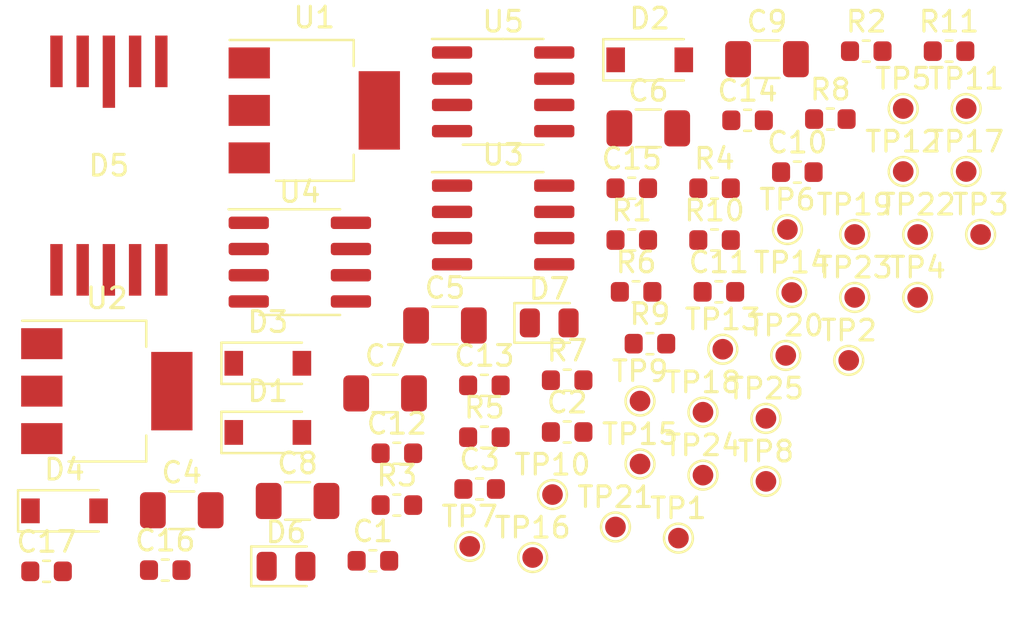
<source format=kicad_pcb>
(kicad_pcb (version 20171130) (host pcbnew "(5.1.5-0-10_14)")

  (general
    (thickness 1.6)
    (drawings 0)
    (tracks 0)
    (zones 0)
    (modules 65)
    (nets 25)
  )

  (page A4)
  (layers
    (0 F.Cu signal)
    (31 B.Cu signal)
    (32 B.Adhes user)
    (33 F.Adhes user)
    (34 B.Paste user)
    (35 F.Paste user)
    (36 B.SilkS user)
    (37 F.SilkS user)
    (38 B.Mask user)
    (39 F.Mask user)
    (40 Dwgs.User user)
    (41 Cmts.User user)
    (42 Eco1.User user)
    (43 Eco2.User user)
    (44 Edge.Cuts user)
    (45 Margin user)
    (46 B.CrtYd user)
    (47 F.CrtYd user)
    (48 B.Fab user)
    (49 F.Fab user)
  )

  (setup
    (last_trace_width 0.25)
    (trace_clearance 0.2)
    (zone_clearance 0.508)
    (zone_45_only no)
    (trace_min 0.2)
    (via_size 0.8)
    (via_drill 0.4)
    (via_min_size 0.4)
    (via_min_drill 0.3)
    (uvia_size 0.3)
    (uvia_drill 0.1)
    (uvias_allowed no)
    (uvia_min_size 0.2)
    (uvia_min_drill 0.1)
    (edge_width 0.1)
    (segment_width 0.2)
    (pcb_text_width 0.3)
    (pcb_text_size 1.5 1.5)
    (mod_edge_width 0.15)
    (mod_text_size 1 1)
    (mod_text_width 0.15)
    (pad_size 1.524 1.524)
    (pad_drill 0.762)
    (pad_to_mask_clearance 0)
    (aux_axis_origin 0 0)
    (visible_elements FFFFFF7F)
    (pcbplotparams
      (layerselection 0x010fc_ffffffff)
      (usegerberextensions false)
      (usegerberattributes false)
      (usegerberadvancedattributes false)
      (creategerberjobfile false)
      (excludeedgelayer true)
      (linewidth 0.100000)
      (plotframeref false)
      (viasonmask false)
      (mode 1)
      (useauxorigin false)
      (hpglpennumber 1)
      (hpglpenspeed 20)
      (hpglpendiameter 15.000000)
      (psnegative false)
      (psa4output false)
      (plotreference true)
      (plotvalue true)
      (plotinvisibletext false)
      (padsonsilk false)
      (subtractmaskfromsilk false)
      (outputformat 1)
      (mirror false)
      (drillshape 1)
      (scaleselection 1)
      (outputdirectory ""))
  )

  (net 0 "")
  (net 1 GND)
  (net 2 +15V)
  (net 3 -15V)
  (net 4 +12V)
  (net 5 "Net-(C4-Pad1)")
  (net 6 "Net-(C5-Pad2)")
  (net 7 "Net-(C6-Pad1)")
  (net 8 -12V)
  (net 9 "Net-(C9-Pad1)")
  (net 10 /-X1)
  (net 11 "Net-(C14-Pad2)")
  (net 12 "Net-(C15-Pad2)")
  (net 13 /-Y1)
  (net 14 "Net-(C16-Pad2)")
  (net 15 /-Y2)
  (net 16 /-X2)
  (net 17 "Net-(C17-Pad2)")
  (net 18 "Net-(D6-Pad1)")
  (net 19 "Net-(D7-Pad2)")
  (net 20 "Net-(U3-Pad1)")
  (net 21 "Net-(U3-Pad3)")
  (net 22 "Net-(U3-Pad5)")
  (net 23 "Net-(U3-Pad7)")
  (net 24 "Net-(U3-Pad8)")

  (net_class Default "This is the default net class."
    (clearance 0.2)
    (trace_width 0.25)
    (via_dia 0.8)
    (via_drill 0.4)
    (uvia_dia 0.3)
    (uvia_drill 0.1)
    (add_net +12V)
    (add_net +15V)
    (add_net -12V)
    (add_net -15V)
    (add_net /-X1)
    (add_net /-X2)
    (add_net /-Y1)
    (add_net /-Y2)
    (add_net GND)
    (add_net "Net-(C14-Pad2)")
    (add_net "Net-(C15-Pad2)")
    (add_net "Net-(C16-Pad2)")
    (add_net "Net-(C17-Pad2)")
    (add_net "Net-(C4-Pad1)")
    (add_net "Net-(C5-Pad2)")
    (add_net "Net-(C6-Pad1)")
    (add_net "Net-(C9-Pad1)")
    (add_net "Net-(D6-Pad1)")
    (add_net "Net-(D7-Pad2)")
    (add_net "Net-(U3-Pad1)")
    (add_net "Net-(U3-Pad3)")
    (add_net "Net-(U3-Pad5)")
    (add_net "Net-(U3-Pad7)")
    (add_net "Net-(U3-Pad8)")
  )

  (module Capacitor_SMD:C_0603_1608Metric (layer F.Cu) (tedit 5B301BBE) (tstamp 5E73EDA0)
    (at 195.515001 57.845001)
    (descr "Capacitor SMD 0603 (1608 Metric), square (rectangular) end terminal, IPC_7351 nominal, (Body size source: http://www.tortai-tech.com/upload/download/2011102023233369053.pdf), generated with kicad-footprint-generator")
    (tags capacitor)
    (path /5F4740F8)
    (attr smd)
    (fp_text reference C1 (at 0 -1.43) (layer F.SilkS)
      (effects (font (size 1 1) (thickness 0.15)))
    )
    (fp_text value 100n (at 0 1.43) (layer F.Fab)
      (effects (font (size 1 1) (thickness 0.15)))
    )
    (fp_text user %R (at 0 0) (layer F.Fab)
      (effects (font (size 0.4 0.4) (thickness 0.06)))
    )
    (fp_line (start 1.48 0.73) (end -1.48 0.73) (layer F.CrtYd) (width 0.05))
    (fp_line (start 1.48 -0.73) (end 1.48 0.73) (layer F.CrtYd) (width 0.05))
    (fp_line (start -1.48 -0.73) (end 1.48 -0.73) (layer F.CrtYd) (width 0.05))
    (fp_line (start -1.48 0.73) (end -1.48 -0.73) (layer F.CrtYd) (width 0.05))
    (fp_line (start -0.162779 0.51) (end 0.162779 0.51) (layer F.SilkS) (width 0.12))
    (fp_line (start -0.162779 -0.51) (end 0.162779 -0.51) (layer F.SilkS) (width 0.12))
    (fp_line (start 0.8 0.4) (end -0.8 0.4) (layer F.Fab) (width 0.1))
    (fp_line (start 0.8 -0.4) (end 0.8 0.4) (layer F.Fab) (width 0.1))
    (fp_line (start -0.8 -0.4) (end 0.8 -0.4) (layer F.Fab) (width 0.1))
    (fp_line (start -0.8 0.4) (end -0.8 -0.4) (layer F.Fab) (width 0.1))
    (pad 2 smd roundrect (at 0.7875 0) (size 0.875 0.95) (layers F.Cu F.Paste F.Mask) (roundrect_rratio 0.25)
      (net 1 GND))
    (pad 1 smd roundrect (at -0.7875 0) (size 0.875 0.95) (layers F.Cu F.Paste F.Mask) (roundrect_rratio 0.25)
      (net 2 +15V))
    (model ${KISYS3DMOD}/Capacitor_SMD.3dshapes/C_0603_1608Metric.wrl
      (at (xyz 0 0 0))
      (scale (xyz 1 1 1))
      (rotate (xyz 0 0 0))
    )
  )

  (module Capacitor_SMD:C_0603_1608Metric (layer F.Cu) (tedit 5B301BBE) (tstamp 5E73EDB1)
    (at 204.925001 51.605001)
    (descr "Capacitor SMD 0603 (1608 Metric), square (rectangular) end terminal, IPC_7351 nominal, (Body size source: http://www.tortai-tech.com/upload/download/2011102023233369053.pdf), generated with kicad-footprint-generator")
    (tags capacitor)
    (path /5F4740D3)
    (attr smd)
    (fp_text reference C2 (at 0 -1.43) (layer F.SilkS)
      (effects (font (size 1 1) (thickness 0.15)))
    )
    (fp_text value 100n (at 0 1.43) (layer F.Fab)
      (effects (font (size 1 1) (thickness 0.15)))
    )
    (fp_line (start -0.8 0.4) (end -0.8 -0.4) (layer F.Fab) (width 0.1))
    (fp_line (start -0.8 -0.4) (end 0.8 -0.4) (layer F.Fab) (width 0.1))
    (fp_line (start 0.8 -0.4) (end 0.8 0.4) (layer F.Fab) (width 0.1))
    (fp_line (start 0.8 0.4) (end -0.8 0.4) (layer F.Fab) (width 0.1))
    (fp_line (start -0.162779 -0.51) (end 0.162779 -0.51) (layer F.SilkS) (width 0.12))
    (fp_line (start -0.162779 0.51) (end 0.162779 0.51) (layer F.SilkS) (width 0.12))
    (fp_line (start -1.48 0.73) (end -1.48 -0.73) (layer F.CrtYd) (width 0.05))
    (fp_line (start -1.48 -0.73) (end 1.48 -0.73) (layer F.CrtYd) (width 0.05))
    (fp_line (start 1.48 -0.73) (end 1.48 0.73) (layer F.CrtYd) (width 0.05))
    (fp_line (start 1.48 0.73) (end -1.48 0.73) (layer F.CrtYd) (width 0.05))
    (fp_text user %R (at 0 0) (layer F.Fab)
      (effects (font (size 0.4 0.4) (thickness 0.06)))
    )
    (pad 1 smd roundrect (at -0.7875 0) (size 0.875 0.95) (layers F.Cu F.Paste F.Mask) (roundrect_rratio 0.25)
      (net 1 GND))
    (pad 2 smd roundrect (at 0.7875 0) (size 0.875 0.95) (layers F.Cu F.Paste F.Mask) (roundrect_rratio 0.25)
      (net 3 -15V))
    (model ${KISYS3DMOD}/Capacitor_SMD.3dshapes/C_0603_1608Metric.wrl
      (at (xyz 0 0 0))
      (scale (xyz 1 1 1))
      (rotate (xyz 0 0 0))
    )
  )

  (module Capacitor_SMD:C_0603_1608Metric (layer F.Cu) (tedit 5B301BBE) (tstamp 5E73EDC2)
    (at 200.685001 54.365001)
    (descr "Capacitor SMD 0603 (1608 Metric), square (rectangular) end terminal, IPC_7351 nominal, (Body size source: http://www.tortai-tech.com/upload/download/2011102023233369053.pdf), generated with kicad-footprint-generator")
    (tags capacitor)
    (path /5E4F99EE)
    (attr smd)
    (fp_text reference C3 (at 0 -1.43) (layer F.SilkS)
      (effects (font (size 1 1) (thickness 0.15)))
    )
    (fp_text value 1u (at 0 1.43) (layer F.Fab)
      (effects (font (size 1 1) (thickness 0.15)))
    )
    (fp_text user %R (at 0 0) (layer F.Fab)
      (effects (font (size 0.4 0.4) (thickness 0.06)))
    )
    (fp_line (start 1.48 0.73) (end -1.48 0.73) (layer F.CrtYd) (width 0.05))
    (fp_line (start 1.48 -0.73) (end 1.48 0.73) (layer F.CrtYd) (width 0.05))
    (fp_line (start -1.48 -0.73) (end 1.48 -0.73) (layer F.CrtYd) (width 0.05))
    (fp_line (start -1.48 0.73) (end -1.48 -0.73) (layer F.CrtYd) (width 0.05))
    (fp_line (start -0.162779 0.51) (end 0.162779 0.51) (layer F.SilkS) (width 0.12))
    (fp_line (start -0.162779 -0.51) (end 0.162779 -0.51) (layer F.SilkS) (width 0.12))
    (fp_line (start 0.8 0.4) (end -0.8 0.4) (layer F.Fab) (width 0.1))
    (fp_line (start 0.8 -0.4) (end 0.8 0.4) (layer F.Fab) (width 0.1))
    (fp_line (start -0.8 -0.4) (end 0.8 -0.4) (layer F.Fab) (width 0.1))
    (fp_line (start -0.8 0.4) (end -0.8 -0.4) (layer F.Fab) (width 0.1))
    (pad 2 smd roundrect (at 0.7875 0) (size 0.875 0.95) (layers F.Cu F.Paste F.Mask) (roundrect_rratio 0.25)
      (net 1 GND))
    (pad 1 smd roundrect (at -0.7875 0) (size 0.875 0.95) (layers F.Cu F.Paste F.Mask) (roundrect_rratio 0.25)
      (net 4 +12V))
    (model ${KISYS3DMOD}/Capacitor_SMD.3dshapes/C_0603_1608Metric.wrl
      (at (xyz 0 0 0))
      (scale (xyz 1 1 1))
      (rotate (xyz 0 0 0))
    )
  )

  (module Capacitor_SMD:C_1206_3216Metric (layer F.Cu) (tedit 5B301BBE) (tstamp 5E73EDD3)
    (at 186.255001 55.395001)
    (descr "Capacitor SMD 1206 (3216 Metric), square (rectangular) end terminal, IPC_7351 nominal, (Body size source: http://www.tortai-tech.com/upload/download/2011102023233369053.pdf), generated with kicad-footprint-generator")
    (tags capacitor)
    (path /5F4740ED)
    (attr smd)
    (fp_text reference C4 (at 0 -1.82) (layer F.SilkS)
      (effects (font (size 1 1) (thickness 0.15)))
    )
    (fp_text value 10u (at 0 1.82) (layer F.Fab)
      (effects (font (size 1 1) (thickness 0.15)))
    )
    (fp_line (start -1.6 0.8) (end -1.6 -0.8) (layer F.Fab) (width 0.1))
    (fp_line (start -1.6 -0.8) (end 1.6 -0.8) (layer F.Fab) (width 0.1))
    (fp_line (start 1.6 -0.8) (end 1.6 0.8) (layer F.Fab) (width 0.1))
    (fp_line (start 1.6 0.8) (end -1.6 0.8) (layer F.Fab) (width 0.1))
    (fp_line (start -0.602064 -0.91) (end 0.602064 -0.91) (layer F.SilkS) (width 0.12))
    (fp_line (start -0.602064 0.91) (end 0.602064 0.91) (layer F.SilkS) (width 0.12))
    (fp_line (start -2.28 1.12) (end -2.28 -1.12) (layer F.CrtYd) (width 0.05))
    (fp_line (start -2.28 -1.12) (end 2.28 -1.12) (layer F.CrtYd) (width 0.05))
    (fp_line (start 2.28 -1.12) (end 2.28 1.12) (layer F.CrtYd) (width 0.05))
    (fp_line (start 2.28 1.12) (end -2.28 1.12) (layer F.CrtYd) (width 0.05))
    (fp_text user %R (at 0 0) (layer F.Fab)
      (effects (font (size 0.8 0.8) (thickness 0.12)))
    )
    (pad 1 smd roundrect (at -1.4 0) (size 1.25 1.75) (layers F.Cu F.Paste F.Mask) (roundrect_rratio 0.2)
      (net 5 "Net-(C4-Pad1)"))
    (pad 2 smd roundrect (at 1.4 0) (size 1.25 1.75) (layers F.Cu F.Paste F.Mask) (roundrect_rratio 0.2)
      (net 1 GND))
    (model ${KISYS3DMOD}/Capacitor_SMD.3dshapes/C_1206_3216Metric.wrl
      (at (xyz 0 0 0))
      (scale (xyz 1 1 1))
      (rotate (xyz 0 0 0))
    )
  )

  (module Capacitor_SMD:C_1206_3216Metric (layer F.Cu) (tedit 5B301BBE) (tstamp 5E73EDE4)
    (at 199.005001 46.445001)
    (descr "Capacitor SMD 1206 (3216 Metric), square (rectangular) end terminal, IPC_7351 nominal, (Body size source: http://www.tortai-tech.com/upload/download/2011102023233369053.pdf), generated with kicad-footprint-generator")
    (tags capacitor)
    (path /5F4740CA)
    (attr smd)
    (fp_text reference C5 (at 0 -1.82) (layer F.SilkS)
      (effects (font (size 1 1) (thickness 0.15)))
    )
    (fp_text value 10u (at 0 1.82) (layer F.Fab)
      (effects (font (size 1 1) (thickness 0.15)))
    )
    (fp_text user %R (at 0 0) (layer F.Fab)
      (effects (font (size 0.8 0.8) (thickness 0.12)))
    )
    (fp_line (start 2.28 1.12) (end -2.28 1.12) (layer F.CrtYd) (width 0.05))
    (fp_line (start 2.28 -1.12) (end 2.28 1.12) (layer F.CrtYd) (width 0.05))
    (fp_line (start -2.28 -1.12) (end 2.28 -1.12) (layer F.CrtYd) (width 0.05))
    (fp_line (start -2.28 1.12) (end -2.28 -1.12) (layer F.CrtYd) (width 0.05))
    (fp_line (start -0.602064 0.91) (end 0.602064 0.91) (layer F.SilkS) (width 0.12))
    (fp_line (start -0.602064 -0.91) (end 0.602064 -0.91) (layer F.SilkS) (width 0.12))
    (fp_line (start 1.6 0.8) (end -1.6 0.8) (layer F.Fab) (width 0.1))
    (fp_line (start 1.6 -0.8) (end 1.6 0.8) (layer F.Fab) (width 0.1))
    (fp_line (start -1.6 -0.8) (end 1.6 -0.8) (layer F.Fab) (width 0.1))
    (fp_line (start -1.6 0.8) (end -1.6 -0.8) (layer F.Fab) (width 0.1))
    (pad 2 smd roundrect (at 1.4 0) (size 1.25 1.75) (layers F.Cu F.Paste F.Mask) (roundrect_rratio 0.2)
      (net 6 "Net-(C5-Pad2)"))
    (pad 1 smd roundrect (at -1.4 0) (size 1.25 1.75) (layers F.Cu F.Paste F.Mask) (roundrect_rratio 0.2)
      (net 1 GND))
    (model ${KISYS3DMOD}/Capacitor_SMD.3dshapes/C_1206_3216Metric.wrl
      (at (xyz 0 0 0))
      (scale (xyz 1 1 1))
      (rotate (xyz 0 0 0))
    )
  )

  (module Capacitor_SMD:C_1206_3216Metric (layer F.Cu) (tedit 5B301BBE) (tstamp 5E73EDF5)
    (at 208.855001 36.895001)
    (descr "Capacitor SMD 1206 (3216 Metric), square (rectangular) end terminal, IPC_7351 nominal, (Body size source: http://www.tortai-tech.com/upload/download/2011102023233369053.pdf), generated with kicad-footprint-generator")
    (tags capacitor)
    (path /5E52E13E)
    (attr smd)
    (fp_text reference C6 (at 0 -1.82) (layer F.SilkS)
      (effects (font (size 1 1) (thickness 0.15)))
    )
    (fp_text value 10u (at 0 1.82) (layer F.Fab)
      (effects (font (size 1 1) (thickness 0.15)))
    )
    (fp_text user %R (at 0 0) (layer F.Fab)
      (effects (font (size 0.8 0.8) (thickness 0.12)))
    )
    (fp_line (start 2.28 1.12) (end -2.28 1.12) (layer F.CrtYd) (width 0.05))
    (fp_line (start 2.28 -1.12) (end 2.28 1.12) (layer F.CrtYd) (width 0.05))
    (fp_line (start -2.28 -1.12) (end 2.28 -1.12) (layer F.CrtYd) (width 0.05))
    (fp_line (start -2.28 1.12) (end -2.28 -1.12) (layer F.CrtYd) (width 0.05))
    (fp_line (start -0.602064 0.91) (end 0.602064 0.91) (layer F.SilkS) (width 0.12))
    (fp_line (start -0.602064 -0.91) (end 0.602064 -0.91) (layer F.SilkS) (width 0.12))
    (fp_line (start 1.6 0.8) (end -1.6 0.8) (layer F.Fab) (width 0.1))
    (fp_line (start 1.6 -0.8) (end 1.6 0.8) (layer F.Fab) (width 0.1))
    (fp_line (start -1.6 -0.8) (end 1.6 -0.8) (layer F.Fab) (width 0.1))
    (fp_line (start -1.6 0.8) (end -1.6 -0.8) (layer F.Fab) (width 0.1))
    (pad 2 smd roundrect (at 1.4 0) (size 1.25 1.75) (layers F.Cu F.Paste F.Mask) (roundrect_rratio 0.2)
      (net 1 GND))
    (pad 1 smd roundrect (at -1.4 0) (size 1.25 1.75) (layers F.Cu F.Paste F.Mask) (roundrect_rratio 0.2)
      (net 7 "Net-(C6-Pad1)"))
    (model ${KISYS3DMOD}/Capacitor_SMD.3dshapes/C_1206_3216Metric.wrl
      (at (xyz 0 0 0))
      (scale (xyz 1 1 1))
      (rotate (xyz 0 0 0))
    )
  )

  (module Capacitor_SMD:C_1206_3216Metric (layer F.Cu) (tedit 5B301BBE) (tstamp 5E73EE06)
    (at 196.105001 49.735001)
    (descr "Capacitor SMD 1206 (3216 Metric), square (rectangular) end terminal, IPC_7351 nominal, (Body size source: http://www.tortai-tech.com/upload/download/2011102023233369053.pdf), generated with kicad-footprint-generator")
    (tags capacitor)
    (path /5F4740E7)
    (attr smd)
    (fp_text reference C7 (at 0 -1.82) (layer F.SilkS)
      (effects (font (size 1 1) (thickness 0.15)))
    )
    (fp_text value 22u (at 0 1.82) (layer F.Fab)
      (effects (font (size 1 1) (thickness 0.15)))
    )
    (fp_text user %R (at 0 0) (layer F.Fab)
      (effects (font (size 0.8 0.8) (thickness 0.12)))
    )
    (fp_line (start 2.28 1.12) (end -2.28 1.12) (layer F.CrtYd) (width 0.05))
    (fp_line (start 2.28 -1.12) (end 2.28 1.12) (layer F.CrtYd) (width 0.05))
    (fp_line (start -2.28 -1.12) (end 2.28 -1.12) (layer F.CrtYd) (width 0.05))
    (fp_line (start -2.28 1.12) (end -2.28 -1.12) (layer F.CrtYd) (width 0.05))
    (fp_line (start -0.602064 0.91) (end 0.602064 0.91) (layer F.SilkS) (width 0.12))
    (fp_line (start -0.602064 -0.91) (end 0.602064 -0.91) (layer F.SilkS) (width 0.12))
    (fp_line (start 1.6 0.8) (end -1.6 0.8) (layer F.Fab) (width 0.1))
    (fp_line (start 1.6 -0.8) (end 1.6 0.8) (layer F.Fab) (width 0.1))
    (fp_line (start -1.6 -0.8) (end 1.6 -0.8) (layer F.Fab) (width 0.1))
    (fp_line (start -1.6 0.8) (end -1.6 -0.8) (layer F.Fab) (width 0.1))
    (pad 2 smd roundrect (at 1.4 0) (size 1.25 1.75) (layers F.Cu F.Paste F.Mask) (roundrect_rratio 0.2)
      (net 1 GND))
    (pad 1 smd roundrect (at -1.4 0) (size 1.25 1.75) (layers F.Cu F.Paste F.Mask) (roundrect_rratio 0.2)
      (net 4 +12V))
    (model ${KISYS3DMOD}/Capacitor_SMD.3dshapes/C_1206_3216Metric.wrl
      (at (xyz 0 0 0))
      (scale (xyz 1 1 1))
      (rotate (xyz 0 0 0))
    )
  )

  (module Capacitor_SMD:C_1206_3216Metric (layer F.Cu) (tedit 5B301BBE) (tstamp 5E73EE17)
    (at 191.865001 54.945001)
    (descr "Capacitor SMD 1206 (3216 Metric), square (rectangular) end terminal, IPC_7351 nominal, (Body size source: http://www.tortai-tech.com/upload/download/2011102023233369053.pdf), generated with kicad-footprint-generator")
    (tags capacitor)
    (path /5F4740B0)
    (attr smd)
    (fp_text reference C8 (at 0 -1.82) (layer F.SilkS)
      (effects (font (size 1 1) (thickness 0.15)))
    )
    (fp_text value 22u (at 0 1.82) (layer F.Fab)
      (effects (font (size 1 1) (thickness 0.15)))
    )
    (fp_line (start -1.6 0.8) (end -1.6 -0.8) (layer F.Fab) (width 0.1))
    (fp_line (start -1.6 -0.8) (end 1.6 -0.8) (layer F.Fab) (width 0.1))
    (fp_line (start 1.6 -0.8) (end 1.6 0.8) (layer F.Fab) (width 0.1))
    (fp_line (start 1.6 0.8) (end -1.6 0.8) (layer F.Fab) (width 0.1))
    (fp_line (start -0.602064 -0.91) (end 0.602064 -0.91) (layer F.SilkS) (width 0.12))
    (fp_line (start -0.602064 0.91) (end 0.602064 0.91) (layer F.SilkS) (width 0.12))
    (fp_line (start -2.28 1.12) (end -2.28 -1.12) (layer F.CrtYd) (width 0.05))
    (fp_line (start -2.28 -1.12) (end 2.28 -1.12) (layer F.CrtYd) (width 0.05))
    (fp_line (start 2.28 -1.12) (end 2.28 1.12) (layer F.CrtYd) (width 0.05))
    (fp_line (start 2.28 1.12) (end -2.28 1.12) (layer F.CrtYd) (width 0.05))
    (fp_text user %R (at 0 0) (layer F.Fab)
      (effects (font (size 0.8 0.8) (thickness 0.12)))
    )
    (pad 1 smd roundrect (at -1.4 0) (size 1.25 1.75) (layers F.Cu F.Paste F.Mask) (roundrect_rratio 0.2)
      (net 1 GND))
    (pad 2 smd roundrect (at 1.4 0) (size 1.25 1.75) (layers F.Cu F.Paste F.Mask) (roundrect_rratio 0.2)
      (net 8 -12V))
    (model ${KISYS3DMOD}/Capacitor_SMD.3dshapes/C_1206_3216Metric.wrl
      (at (xyz 0 0 0))
      (scale (xyz 1 1 1))
      (rotate (xyz 0 0 0))
    )
  )

  (module Capacitor_SMD:C_1206_3216Metric (layer F.Cu) (tedit 5B301BBE) (tstamp 5E73EE28)
    (at 214.605001 33.545001)
    (descr "Capacitor SMD 1206 (3216 Metric), square (rectangular) end terminal, IPC_7351 nominal, (Body size source: http://www.tortai-tech.com/upload/download/2011102023233369053.pdf), generated with kicad-footprint-generator")
    (tags capacitor)
    (path /5E540B3B)
    (attr smd)
    (fp_text reference C9 (at 0 -1.82) (layer F.SilkS)
      (effects (font (size 1 1) (thickness 0.15)))
    )
    (fp_text value 10u (at 0 1.82) (layer F.Fab)
      (effects (font (size 1 1) (thickness 0.15)))
    )
    (fp_line (start -1.6 0.8) (end -1.6 -0.8) (layer F.Fab) (width 0.1))
    (fp_line (start -1.6 -0.8) (end 1.6 -0.8) (layer F.Fab) (width 0.1))
    (fp_line (start 1.6 -0.8) (end 1.6 0.8) (layer F.Fab) (width 0.1))
    (fp_line (start 1.6 0.8) (end -1.6 0.8) (layer F.Fab) (width 0.1))
    (fp_line (start -0.602064 -0.91) (end 0.602064 -0.91) (layer F.SilkS) (width 0.12))
    (fp_line (start -0.602064 0.91) (end 0.602064 0.91) (layer F.SilkS) (width 0.12))
    (fp_line (start -2.28 1.12) (end -2.28 -1.12) (layer F.CrtYd) (width 0.05))
    (fp_line (start -2.28 -1.12) (end 2.28 -1.12) (layer F.CrtYd) (width 0.05))
    (fp_line (start 2.28 -1.12) (end 2.28 1.12) (layer F.CrtYd) (width 0.05))
    (fp_line (start 2.28 1.12) (end -2.28 1.12) (layer F.CrtYd) (width 0.05))
    (fp_text user %R (at 0 0) (layer F.Fab)
      (effects (font (size 0.8 0.8) (thickness 0.12)))
    )
    (pad 1 smd roundrect (at -1.4 0) (size 1.25 1.75) (layers F.Cu F.Paste F.Mask) (roundrect_rratio 0.2)
      (net 9 "Net-(C9-Pad1)"))
    (pad 2 smd roundrect (at 1.4 0) (size 1.25 1.75) (layers F.Cu F.Paste F.Mask) (roundrect_rratio 0.2)
      (net 1 GND))
    (model ${KISYS3DMOD}/Capacitor_SMD.3dshapes/C_1206_3216Metric.wrl
      (at (xyz 0 0 0))
      (scale (xyz 1 1 1))
      (rotate (xyz 0 0 0))
    )
  )

  (module Capacitor_SMD:C_0603_1608Metric (layer F.Cu) (tedit 5B301BBE) (tstamp 5E73EE39)
    (at 216.075001 39.015001)
    (descr "Capacitor SMD 0603 (1608 Metric), square (rectangular) end terminal, IPC_7351 nominal, (Body size source: http://www.tortai-tech.com/upload/download/2011102023233369053.pdf), generated with kicad-footprint-generator")
    (tags capacitor)
    (path /5E4A62F7)
    (attr smd)
    (fp_text reference C10 (at 0 -1.43) (layer F.SilkS)
      (effects (font (size 1 1) (thickness 0.15)))
    )
    (fp_text value 100n (at 0 1.43) (layer F.Fab)
      (effects (font (size 1 1) (thickness 0.15)))
    )
    (fp_text user %R (at 0 0) (layer F.Fab)
      (effects (font (size 0.4 0.4) (thickness 0.06)))
    )
    (fp_line (start 1.48 0.73) (end -1.48 0.73) (layer F.CrtYd) (width 0.05))
    (fp_line (start 1.48 -0.73) (end 1.48 0.73) (layer F.CrtYd) (width 0.05))
    (fp_line (start -1.48 -0.73) (end 1.48 -0.73) (layer F.CrtYd) (width 0.05))
    (fp_line (start -1.48 0.73) (end -1.48 -0.73) (layer F.CrtYd) (width 0.05))
    (fp_line (start -0.162779 0.51) (end 0.162779 0.51) (layer F.SilkS) (width 0.12))
    (fp_line (start -0.162779 -0.51) (end 0.162779 -0.51) (layer F.SilkS) (width 0.12))
    (fp_line (start 0.8 0.4) (end -0.8 0.4) (layer F.Fab) (width 0.1))
    (fp_line (start 0.8 -0.4) (end 0.8 0.4) (layer F.Fab) (width 0.1))
    (fp_line (start -0.8 -0.4) (end 0.8 -0.4) (layer F.Fab) (width 0.1))
    (fp_line (start -0.8 0.4) (end -0.8 -0.4) (layer F.Fab) (width 0.1))
    (pad 2 smd roundrect (at 0.7875 0) (size 0.875 0.95) (layers F.Cu F.Paste F.Mask) (roundrect_rratio 0.25)
      (net 4 +12V))
    (pad 1 smd roundrect (at -0.7875 0) (size 0.875 0.95) (layers F.Cu F.Paste F.Mask) (roundrect_rratio 0.25)
      (net 1 GND))
    (model ${KISYS3DMOD}/Capacitor_SMD.3dshapes/C_0603_1608Metric.wrl
      (at (xyz 0 0 0))
      (scale (xyz 1 1 1))
      (rotate (xyz 0 0 0))
    )
  )

  (module Capacitor_SMD:C_0603_1608Metric (layer F.Cu) (tedit 5B301BBE) (tstamp 5E73EE4A)
    (at 212.275001 44.815001)
    (descr "Capacitor SMD 0603 (1608 Metric), square (rectangular) end terminal, IPC_7351 nominal, (Body size source: http://www.tortai-tech.com/upload/download/2011102023233369053.pdf), generated with kicad-footprint-generator")
    (tags capacitor)
    (path /5E4A62EC)
    (attr smd)
    (fp_text reference C11 (at 0 -1.43) (layer F.SilkS)
      (effects (font (size 1 1) (thickness 0.15)))
    )
    (fp_text value 100n (at 0 1.43) (layer F.Fab)
      (effects (font (size 1 1) (thickness 0.15)))
    )
    (fp_line (start -0.8 0.4) (end -0.8 -0.4) (layer F.Fab) (width 0.1))
    (fp_line (start -0.8 -0.4) (end 0.8 -0.4) (layer F.Fab) (width 0.1))
    (fp_line (start 0.8 -0.4) (end 0.8 0.4) (layer F.Fab) (width 0.1))
    (fp_line (start 0.8 0.4) (end -0.8 0.4) (layer F.Fab) (width 0.1))
    (fp_line (start -0.162779 -0.51) (end 0.162779 -0.51) (layer F.SilkS) (width 0.12))
    (fp_line (start -0.162779 0.51) (end 0.162779 0.51) (layer F.SilkS) (width 0.12))
    (fp_line (start -1.48 0.73) (end -1.48 -0.73) (layer F.CrtYd) (width 0.05))
    (fp_line (start -1.48 -0.73) (end 1.48 -0.73) (layer F.CrtYd) (width 0.05))
    (fp_line (start 1.48 -0.73) (end 1.48 0.73) (layer F.CrtYd) (width 0.05))
    (fp_line (start 1.48 0.73) (end -1.48 0.73) (layer F.CrtYd) (width 0.05))
    (fp_text user %R (at 0 0) (layer F.Fab)
      (effects (font (size 0.4 0.4) (thickness 0.06)))
    )
    (pad 1 smd roundrect (at -0.7875 0) (size 0.875 0.95) (layers F.Cu F.Paste F.Mask) (roundrect_rratio 0.25)
      (net 1 GND))
    (pad 2 smd roundrect (at 0.7875 0) (size 0.875 0.95) (layers F.Cu F.Paste F.Mask) (roundrect_rratio 0.25)
      (net 8 -12V))
    (model ${KISYS3DMOD}/Capacitor_SMD.3dshapes/C_0603_1608Metric.wrl
      (at (xyz 0 0 0))
      (scale (xyz 1 1 1))
      (rotate (xyz 0 0 0))
    )
  )

  (module Capacitor_SMD:C_0603_1608Metric (layer F.Cu) (tedit 5B301BBE) (tstamp 5E73EE5B)
    (at 196.675001 52.635001)
    (descr "Capacitor SMD 0603 (1608 Metric), square (rectangular) end terminal, IPC_7351 nominal, (Body size source: http://www.tortai-tech.com/upload/download/2011102023233369053.pdf), generated with kicad-footprint-generator")
    (tags capacitor)
    (path /5F41A4B6)
    (attr smd)
    (fp_text reference C12 (at 0 -1.43) (layer F.SilkS)
      (effects (font (size 1 1) (thickness 0.15)))
    )
    (fp_text value 100n (at 0 1.43) (layer F.Fab)
      (effects (font (size 1 1) (thickness 0.15)))
    )
    (fp_line (start -0.8 0.4) (end -0.8 -0.4) (layer F.Fab) (width 0.1))
    (fp_line (start -0.8 -0.4) (end 0.8 -0.4) (layer F.Fab) (width 0.1))
    (fp_line (start 0.8 -0.4) (end 0.8 0.4) (layer F.Fab) (width 0.1))
    (fp_line (start 0.8 0.4) (end -0.8 0.4) (layer F.Fab) (width 0.1))
    (fp_line (start -0.162779 -0.51) (end 0.162779 -0.51) (layer F.SilkS) (width 0.12))
    (fp_line (start -0.162779 0.51) (end 0.162779 0.51) (layer F.SilkS) (width 0.12))
    (fp_line (start -1.48 0.73) (end -1.48 -0.73) (layer F.CrtYd) (width 0.05))
    (fp_line (start -1.48 -0.73) (end 1.48 -0.73) (layer F.CrtYd) (width 0.05))
    (fp_line (start 1.48 -0.73) (end 1.48 0.73) (layer F.CrtYd) (width 0.05))
    (fp_line (start 1.48 0.73) (end -1.48 0.73) (layer F.CrtYd) (width 0.05))
    (fp_text user %R (at 0 0) (layer F.Fab)
      (effects (font (size 0.4 0.4) (thickness 0.06)))
    )
    (pad 1 smd roundrect (at -0.7875 0) (size 0.875 0.95) (layers F.Cu F.Paste F.Mask) (roundrect_rratio 0.25)
      (net 1 GND))
    (pad 2 smd roundrect (at 0.7875 0) (size 0.875 0.95) (layers F.Cu F.Paste F.Mask) (roundrect_rratio 0.25)
      (net 4 +12V))
    (model ${KISYS3DMOD}/Capacitor_SMD.3dshapes/C_0603_1608Metric.wrl
      (at (xyz 0 0 0))
      (scale (xyz 1 1 1))
      (rotate (xyz 0 0 0))
    )
  )

  (module Capacitor_SMD:C_0603_1608Metric (layer F.Cu) (tedit 5B301BBE) (tstamp 5E73EE6C)
    (at 200.915001 49.345001)
    (descr "Capacitor SMD 0603 (1608 Metric), square (rectangular) end terminal, IPC_7351 nominal, (Body size source: http://www.tortai-tech.com/upload/download/2011102023233369053.pdf), generated with kicad-footprint-generator")
    (tags capacitor)
    (path /5F41A4AC)
    (attr smd)
    (fp_text reference C13 (at 0 -1.43) (layer F.SilkS)
      (effects (font (size 1 1) (thickness 0.15)))
    )
    (fp_text value 100n (at 0 1.43) (layer F.Fab)
      (effects (font (size 1 1) (thickness 0.15)))
    )
    (fp_text user %R (at 0 0) (layer F.Fab)
      (effects (font (size 0.4 0.4) (thickness 0.06)))
    )
    (fp_line (start 1.48 0.73) (end -1.48 0.73) (layer F.CrtYd) (width 0.05))
    (fp_line (start 1.48 -0.73) (end 1.48 0.73) (layer F.CrtYd) (width 0.05))
    (fp_line (start -1.48 -0.73) (end 1.48 -0.73) (layer F.CrtYd) (width 0.05))
    (fp_line (start -1.48 0.73) (end -1.48 -0.73) (layer F.CrtYd) (width 0.05))
    (fp_line (start -0.162779 0.51) (end 0.162779 0.51) (layer F.SilkS) (width 0.12))
    (fp_line (start -0.162779 -0.51) (end 0.162779 -0.51) (layer F.SilkS) (width 0.12))
    (fp_line (start 0.8 0.4) (end -0.8 0.4) (layer F.Fab) (width 0.1))
    (fp_line (start 0.8 -0.4) (end 0.8 0.4) (layer F.Fab) (width 0.1))
    (fp_line (start -0.8 -0.4) (end 0.8 -0.4) (layer F.Fab) (width 0.1))
    (fp_line (start -0.8 0.4) (end -0.8 -0.4) (layer F.Fab) (width 0.1))
    (pad 2 smd roundrect (at 0.7875 0) (size 0.875 0.95) (layers F.Cu F.Paste F.Mask) (roundrect_rratio 0.25)
      (net 8 -12V))
    (pad 1 smd roundrect (at -0.7875 0) (size 0.875 0.95) (layers F.Cu F.Paste F.Mask) (roundrect_rratio 0.25)
      (net 1 GND))
    (model ${KISYS3DMOD}/Capacitor_SMD.3dshapes/C_0603_1608Metric.wrl
      (at (xyz 0 0 0))
      (scale (xyz 1 1 1))
      (rotate (xyz 0 0 0))
    )
  )

  (module Capacitor_SMD:C_0603_1608Metric (layer F.Cu) (tedit 5B301BBE) (tstamp 5E73EE7D)
    (at 213.665001 36.505001)
    (descr "Capacitor SMD 0603 (1608 Metric), square (rectangular) end terminal, IPC_7351 nominal, (Body size source: http://www.tortai-tech.com/upload/download/2011102023233369053.pdf), generated with kicad-footprint-generator")
    (tags capacitor)
    (path /5E4A6248)
    (attr smd)
    (fp_text reference C14 (at 0 -1.43) (layer F.SilkS)
      (effects (font (size 1 1) (thickness 0.15)))
    )
    (fp_text value 18p (at 0 1.43) (layer F.Fab)
      (effects (font (size 1 1) (thickness 0.15)))
    )
    (fp_line (start -0.8 0.4) (end -0.8 -0.4) (layer F.Fab) (width 0.1))
    (fp_line (start -0.8 -0.4) (end 0.8 -0.4) (layer F.Fab) (width 0.1))
    (fp_line (start 0.8 -0.4) (end 0.8 0.4) (layer F.Fab) (width 0.1))
    (fp_line (start 0.8 0.4) (end -0.8 0.4) (layer F.Fab) (width 0.1))
    (fp_line (start -0.162779 -0.51) (end 0.162779 -0.51) (layer F.SilkS) (width 0.12))
    (fp_line (start -0.162779 0.51) (end 0.162779 0.51) (layer F.SilkS) (width 0.12))
    (fp_line (start -1.48 0.73) (end -1.48 -0.73) (layer F.CrtYd) (width 0.05))
    (fp_line (start -1.48 -0.73) (end 1.48 -0.73) (layer F.CrtYd) (width 0.05))
    (fp_line (start 1.48 -0.73) (end 1.48 0.73) (layer F.CrtYd) (width 0.05))
    (fp_line (start 1.48 0.73) (end -1.48 0.73) (layer F.CrtYd) (width 0.05))
    (fp_text user %R (at 0 0) (layer F.Fab)
      (effects (font (size 0.4 0.4) (thickness 0.06)))
    )
    (pad 1 smd roundrect (at -0.7875 0) (size 0.875 0.95) (layers F.Cu F.Paste F.Mask) (roundrect_rratio 0.25)
      (net 10 /-X1))
    (pad 2 smd roundrect (at 0.7875 0) (size 0.875 0.95) (layers F.Cu F.Paste F.Mask) (roundrect_rratio 0.25)
      (net 11 "Net-(C14-Pad2)"))
    (model ${KISYS3DMOD}/Capacitor_SMD.3dshapes/C_0603_1608Metric.wrl
      (at (xyz 0 0 0))
      (scale (xyz 1 1 1))
      (rotate (xyz 0 0 0))
    )
  )

  (module Capacitor_SMD:C_0603_1608Metric (layer F.Cu) (tedit 5B301BBE) (tstamp 5E73EE8E)
    (at 208.055001 39.795001)
    (descr "Capacitor SMD 0603 (1608 Metric), square (rectangular) end terminal, IPC_7351 nominal, (Body size source: http://www.tortai-tech.com/upload/download/2011102023233369053.pdf), generated with kicad-footprint-generator")
    (tags capacitor)
    (path /5F41A4FB)
    (attr smd)
    (fp_text reference C15 (at 0 -1.43) (layer F.SilkS)
      (effects (font (size 1 1) (thickness 0.15)))
    )
    (fp_text value 18p (at 0 1.43) (layer F.Fab)
      (effects (font (size 1 1) (thickness 0.15)))
    )
    (fp_line (start -0.8 0.4) (end -0.8 -0.4) (layer F.Fab) (width 0.1))
    (fp_line (start -0.8 -0.4) (end 0.8 -0.4) (layer F.Fab) (width 0.1))
    (fp_line (start 0.8 -0.4) (end 0.8 0.4) (layer F.Fab) (width 0.1))
    (fp_line (start 0.8 0.4) (end -0.8 0.4) (layer F.Fab) (width 0.1))
    (fp_line (start -0.162779 -0.51) (end 0.162779 -0.51) (layer F.SilkS) (width 0.12))
    (fp_line (start -0.162779 0.51) (end 0.162779 0.51) (layer F.SilkS) (width 0.12))
    (fp_line (start -1.48 0.73) (end -1.48 -0.73) (layer F.CrtYd) (width 0.05))
    (fp_line (start -1.48 -0.73) (end 1.48 -0.73) (layer F.CrtYd) (width 0.05))
    (fp_line (start 1.48 -0.73) (end 1.48 0.73) (layer F.CrtYd) (width 0.05))
    (fp_line (start 1.48 0.73) (end -1.48 0.73) (layer F.CrtYd) (width 0.05))
    (fp_text user %R (at 0 0) (layer F.Fab)
      (effects (font (size 0.4 0.4) (thickness 0.06)))
    )
    (pad 1 smd roundrect (at -0.7875 0) (size 0.875 0.95) (layers F.Cu F.Paste F.Mask) (roundrect_rratio 0.25)
      (net 13 /-Y1))
    (pad 2 smd roundrect (at 0.7875 0) (size 0.875 0.95) (layers F.Cu F.Paste F.Mask) (roundrect_rratio 0.25)
      (net 12 "Net-(C15-Pad2)"))
    (model ${KISYS3DMOD}/Capacitor_SMD.3dshapes/C_0603_1608Metric.wrl
      (at (xyz 0 0 0))
      (scale (xyz 1 1 1))
      (rotate (xyz 0 0 0))
    )
  )

  (module Capacitor_SMD:C_0603_1608Metric (layer F.Cu) (tedit 5B301BBE) (tstamp 5E73EE9F)
    (at 185.455001 58.295001)
    (descr "Capacitor SMD 0603 (1608 Metric), square (rectangular) end terminal, IPC_7351 nominal, (Body size source: http://www.tortai-tech.com/upload/download/2011102023233369053.pdf), generated with kicad-footprint-generator")
    (tags capacitor)
    (path /5E4A626D)
    (attr smd)
    (fp_text reference C16 (at 0 -1.43) (layer F.SilkS)
      (effects (font (size 1 1) (thickness 0.15)))
    )
    (fp_text value 18p (at 0 1.43) (layer F.Fab)
      (effects (font (size 1 1) (thickness 0.15)))
    )
    (fp_text user %R (at 0 0) (layer F.Fab)
      (effects (font (size 0.4 0.4) (thickness 0.06)))
    )
    (fp_line (start 1.48 0.73) (end -1.48 0.73) (layer F.CrtYd) (width 0.05))
    (fp_line (start 1.48 -0.73) (end 1.48 0.73) (layer F.CrtYd) (width 0.05))
    (fp_line (start -1.48 -0.73) (end 1.48 -0.73) (layer F.CrtYd) (width 0.05))
    (fp_line (start -1.48 0.73) (end -1.48 -0.73) (layer F.CrtYd) (width 0.05))
    (fp_line (start -0.162779 0.51) (end 0.162779 0.51) (layer F.SilkS) (width 0.12))
    (fp_line (start -0.162779 -0.51) (end 0.162779 -0.51) (layer F.SilkS) (width 0.12))
    (fp_line (start 0.8 0.4) (end -0.8 0.4) (layer F.Fab) (width 0.1))
    (fp_line (start 0.8 -0.4) (end 0.8 0.4) (layer F.Fab) (width 0.1))
    (fp_line (start -0.8 -0.4) (end 0.8 -0.4) (layer F.Fab) (width 0.1))
    (fp_line (start -0.8 0.4) (end -0.8 -0.4) (layer F.Fab) (width 0.1))
    (pad 2 smd roundrect (at 0.7875 0) (size 0.875 0.95) (layers F.Cu F.Paste F.Mask) (roundrect_rratio 0.25)
      (net 14 "Net-(C16-Pad2)"))
    (pad 1 smd roundrect (at -0.7875 0) (size 0.875 0.95) (layers F.Cu F.Paste F.Mask) (roundrect_rratio 0.25)
      (net 15 /-Y2))
    (model ${KISYS3DMOD}/Capacitor_SMD.3dshapes/C_0603_1608Metric.wrl
      (at (xyz 0 0 0))
      (scale (xyz 1 1 1))
      (rotate (xyz 0 0 0))
    )
  )

  (module Capacitor_SMD:C_0603_1608Metric (layer F.Cu) (tedit 5B301BBE) (tstamp 5E73EEB0)
    (at 179.705001 58.355001)
    (descr "Capacitor SMD 0603 (1608 Metric), square (rectangular) end terminal, IPC_7351 nominal, (Body size source: http://www.tortai-tech.com/upload/download/2011102023233369053.pdf), generated with kicad-footprint-generator")
    (tags capacitor)
    (path /5F41A48D)
    (attr smd)
    (fp_text reference C17 (at 0 -1.43) (layer F.SilkS)
      (effects (font (size 1 1) (thickness 0.15)))
    )
    (fp_text value 18p (at 0 1.43) (layer F.Fab)
      (effects (font (size 1 1) (thickness 0.15)))
    )
    (fp_line (start -0.8 0.4) (end -0.8 -0.4) (layer F.Fab) (width 0.1))
    (fp_line (start -0.8 -0.4) (end 0.8 -0.4) (layer F.Fab) (width 0.1))
    (fp_line (start 0.8 -0.4) (end 0.8 0.4) (layer F.Fab) (width 0.1))
    (fp_line (start 0.8 0.4) (end -0.8 0.4) (layer F.Fab) (width 0.1))
    (fp_line (start -0.162779 -0.51) (end 0.162779 -0.51) (layer F.SilkS) (width 0.12))
    (fp_line (start -0.162779 0.51) (end 0.162779 0.51) (layer F.SilkS) (width 0.12))
    (fp_line (start -1.48 0.73) (end -1.48 -0.73) (layer F.CrtYd) (width 0.05))
    (fp_line (start -1.48 -0.73) (end 1.48 -0.73) (layer F.CrtYd) (width 0.05))
    (fp_line (start 1.48 -0.73) (end 1.48 0.73) (layer F.CrtYd) (width 0.05))
    (fp_line (start 1.48 0.73) (end -1.48 0.73) (layer F.CrtYd) (width 0.05))
    (fp_text user %R (at 0 0) (layer F.Fab)
      (effects (font (size 0.4 0.4) (thickness 0.06)))
    )
    (pad 1 smd roundrect (at -0.7875 0) (size 0.875 0.95) (layers F.Cu F.Paste F.Mask) (roundrect_rratio 0.25)
      (net 16 /-X2))
    (pad 2 smd roundrect (at 0.7875 0) (size 0.875 0.95) (layers F.Cu F.Paste F.Mask) (roundrect_rratio 0.25)
      (net 17 "Net-(C17-Pad2)"))
    (model ${KISYS3DMOD}/Capacitor_SMD.3dshapes/C_0603_1608Metric.wrl
      (at (xyz 0 0 0))
      (scale (xyz 1 1 1))
      (rotate (xyz 0 0 0))
    )
  )

  (module Diode_SMD:D_SOD-123 (layer F.Cu) (tedit 58645DC7) (tstamp 5E73EEC9)
    (at 190.425001 51.625001)
    (descr SOD-123)
    (tags SOD-123)
    (path /5F474072)
    (attr smd)
    (fp_text reference D1 (at 0 -2) (layer F.SilkS)
      (effects (font (size 1 1) (thickness 0.15)))
    )
    (fp_text value D_Small (at 0 2.1) (layer F.Fab)
      (effects (font (size 1 1) (thickness 0.15)))
    )
    (fp_line (start -2.25 -1) (end 1.65 -1) (layer F.SilkS) (width 0.12))
    (fp_line (start -2.25 1) (end 1.65 1) (layer F.SilkS) (width 0.12))
    (fp_line (start -2.35 -1.15) (end -2.35 1.15) (layer F.CrtYd) (width 0.05))
    (fp_line (start 2.35 1.15) (end -2.35 1.15) (layer F.CrtYd) (width 0.05))
    (fp_line (start 2.35 -1.15) (end 2.35 1.15) (layer F.CrtYd) (width 0.05))
    (fp_line (start -2.35 -1.15) (end 2.35 -1.15) (layer F.CrtYd) (width 0.05))
    (fp_line (start -1.4 -0.9) (end 1.4 -0.9) (layer F.Fab) (width 0.1))
    (fp_line (start 1.4 -0.9) (end 1.4 0.9) (layer F.Fab) (width 0.1))
    (fp_line (start 1.4 0.9) (end -1.4 0.9) (layer F.Fab) (width 0.1))
    (fp_line (start -1.4 0.9) (end -1.4 -0.9) (layer F.Fab) (width 0.1))
    (fp_line (start -0.75 0) (end -0.35 0) (layer F.Fab) (width 0.1))
    (fp_line (start -0.35 0) (end -0.35 -0.55) (layer F.Fab) (width 0.1))
    (fp_line (start -0.35 0) (end -0.35 0.55) (layer F.Fab) (width 0.1))
    (fp_line (start -0.35 0) (end 0.25 -0.4) (layer F.Fab) (width 0.1))
    (fp_line (start 0.25 -0.4) (end 0.25 0.4) (layer F.Fab) (width 0.1))
    (fp_line (start 0.25 0.4) (end -0.35 0) (layer F.Fab) (width 0.1))
    (fp_line (start 0.25 0) (end 0.75 0) (layer F.Fab) (width 0.1))
    (fp_line (start -2.25 -1) (end -2.25 1) (layer F.SilkS) (width 0.12))
    (fp_text user %R (at 0 -2) (layer F.Fab)
      (effects (font (size 1 1) (thickness 0.15)))
    )
    (pad 2 smd rect (at 1.65 0) (size 0.9 1.2) (layers F.Cu F.Paste F.Mask)
      (net 4 +12V))
    (pad 1 smd rect (at -1.65 0) (size 0.9 1.2) (layers F.Cu F.Paste F.Mask)
      (net 2 +15V))
    (model ${KISYS3DMOD}/Diode_SMD.3dshapes/D_SOD-123.wrl
      (at (xyz 0 0 0))
      (scale (xyz 1 1 1))
      (rotate (xyz 0 0 0))
    )
  )

  (module Diode_SMD:D_SOD-123 (layer F.Cu) (tedit 58645DC7) (tstamp 5E73EEE2)
    (at 208.925001 33.575001)
    (descr SOD-123)
    (tags SOD-123)
    (path /5F47407C)
    (attr smd)
    (fp_text reference D2 (at 0 -2) (layer F.SilkS)
      (effects (font (size 1 1) (thickness 0.15)))
    )
    (fp_text value D_Small (at 0 2.1) (layer F.Fab)
      (effects (font (size 1 1) (thickness 0.15)))
    )
    (fp_text user %R (at 0 -2) (layer F.Fab)
      (effects (font (size 1 1) (thickness 0.15)))
    )
    (fp_line (start -2.25 -1) (end -2.25 1) (layer F.SilkS) (width 0.12))
    (fp_line (start 0.25 0) (end 0.75 0) (layer F.Fab) (width 0.1))
    (fp_line (start 0.25 0.4) (end -0.35 0) (layer F.Fab) (width 0.1))
    (fp_line (start 0.25 -0.4) (end 0.25 0.4) (layer F.Fab) (width 0.1))
    (fp_line (start -0.35 0) (end 0.25 -0.4) (layer F.Fab) (width 0.1))
    (fp_line (start -0.35 0) (end -0.35 0.55) (layer F.Fab) (width 0.1))
    (fp_line (start -0.35 0) (end -0.35 -0.55) (layer F.Fab) (width 0.1))
    (fp_line (start -0.75 0) (end -0.35 0) (layer F.Fab) (width 0.1))
    (fp_line (start -1.4 0.9) (end -1.4 -0.9) (layer F.Fab) (width 0.1))
    (fp_line (start 1.4 0.9) (end -1.4 0.9) (layer F.Fab) (width 0.1))
    (fp_line (start 1.4 -0.9) (end 1.4 0.9) (layer F.Fab) (width 0.1))
    (fp_line (start -1.4 -0.9) (end 1.4 -0.9) (layer F.Fab) (width 0.1))
    (fp_line (start -2.35 -1.15) (end 2.35 -1.15) (layer F.CrtYd) (width 0.05))
    (fp_line (start 2.35 -1.15) (end 2.35 1.15) (layer F.CrtYd) (width 0.05))
    (fp_line (start 2.35 1.15) (end -2.35 1.15) (layer F.CrtYd) (width 0.05))
    (fp_line (start -2.35 -1.15) (end -2.35 1.15) (layer F.CrtYd) (width 0.05))
    (fp_line (start -2.25 1) (end 1.65 1) (layer F.SilkS) (width 0.12))
    (fp_line (start -2.25 -1) (end 1.65 -1) (layer F.SilkS) (width 0.12))
    (pad 1 smd rect (at -1.65 0) (size 0.9 1.2) (layers F.Cu F.Paste F.Mask)
      (net 8 -12V))
    (pad 2 smd rect (at 1.65 0) (size 0.9 1.2) (layers F.Cu F.Paste F.Mask)
      (net 3 -15V))
    (model ${KISYS3DMOD}/Diode_SMD.3dshapes/D_SOD-123.wrl
      (at (xyz 0 0 0))
      (scale (xyz 1 1 1))
      (rotate (xyz 0 0 0))
    )
  )

  (module Diode_SMD:D_SOD-123 (layer F.Cu) (tedit 58645DC7) (tstamp 5E73EEFB)
    (at 190.425001 48.275001)
    (descr SOD-123)
    (tags SOD-123)
    (path /5F47408A)
    (attr smd)
    (fp_text reference D3 (at 0 -2) (layer F.SilkS)
      (effects (font (size 1 1) (thickness 0.15)))
    )
    (fp_text value D_Small (at 0 2.1) (layer F.Fab)
      (effects (font (size 1 1) (thickness 0.15)))
    )
    (fp_line (start -2.25 -1) (end 1.65 -1) (layer F.SilkS) (width 0.12))
    (fp_line (start -2.25 1) (end 1.65 1) (layer F.SilkS) (width 0.12))
    (fp_line (start -2.35 -1.15) (end -2.35 1.15) (layer F.CrtYd) (width 0.05))
    (fp_line (start 2.35 1.15) (end -2.35 1.15) (layer F.CrtYd) (width 0.05))
    (fp_line (start 2.35 -1.15) (end 2.35 1.15) (layer F.CrtYd) (width 0.05))
    (fp_line (start -2.35 -1.15) (end 2.35 -1.15) (layer F.CrtYd) (width 0.05))
    (fp_line (start -1.4 -0.9) (end 1.4 -0.9) (layer F.Fab) (width 0.1))
    (fp_line (start 1.4 -0.9) (end 1.4 0.9) (layer F.Fab) (width 0.1))
    (fp_line (start 1.4 0.9) (end -1.4 0.9) (layer F.Fab) (width 0.1))
    (fp_line (start -1.4 0.9) (end -1.4 -0.9) (layer F.Fab) (width 0.1))
    (fp_line (start -0.75 0) (end -0.35 0) (layer F.Fab) (width 0.1))
    (fp_line (start -0.35 0) (end -0.35 -0.55) (layer F.Fab) (width 0.1))
    (fp_line (start -0.35 0) (end -0.35 0.55) (layer F.Fab) (width 0.1))
    (fp_line (start -0.35 0) (end 0.25 -0.4) (layer F.Fab) (width 0.1))
    (fp_line (start 0.25 -0.4) (end 0.25 0.4) (layer F.Fab) (width 0.1))
    (fp_line (start 0.25 0.4) (end -0.35 0) (layer F.Fab) (width 0.1))
    (fp_line (start 0.25 0) (end 0.75 0) (layer F.Fab) (width 0.1))
    (fp_line (start -2.25 -1) (end -2.25 1) (layer F.SilkS) (width 0.12))
    (fp_text user %R (at 0 -2) (layer F.Fab)
      (effects (font (size 1 1) (thickness 0.15)))
    )
    (pad 2 smd rect (at 1.65 0) (size 0.9 1.2) (layers F.Cu F.Paste F.Mask)
      (net 5 "Net-(C4-Pad1)"))
    (pad 1 smd rect (at -1.65 0) (size 0.9 1.2) (layers F.Cu F.Paste F.Mask)
      (net 4 +12V))
    (model ${KISYS3DMOD}/Diode_SMD.3dshapes/D_SOD-123.wrl
      (at (xyz 0 0 0))
      (scale (xyz 1 1 1))
      (rotate (xyz 0 0 0))
    )
  )

  (module Diode_SMD:D_SOD-123 (layer F.Cu) (tedit 58645DC7) (tstamp 5E73EF14)
    (at 180.575001 55.425001)
    (descr SOD-123)
    (tags SOD-123)
    (path /5F474083)
    (attr smd)
    (fp_text reference D4 (at 0 -2) (layer F.SilkS)
      (effects (font (size 1 1) (thickness 0.15)))
    )
    (fp_text value D_Small (at 0 2.1) (layer F.Fab)
      (effects (font (size 1 1) (thickness 0.15)))
    )
    (fp_text user %R (at 0 -2) (layer F.Fab)
      (effects (font (size 1 1) (thickness 0.15)))
    )
    (fp_line (start -2.25 -1) (end -2.25 1) (layer F.SilkS) (width 0.12))
    (fp_line (start 0.25 0) (end 0.75 0) (layer F.Fab) (width 0.1))
    (fp_line (start 0.25 0.4) (end -0.35 0) (layer F.Fab) (width 0.1))
    (fp_line (start 0.25 -0.4) (end 0.25 0.4) (layer F.Fab) (width 0.1))
    (fp_line (start -0.35 0) (end 0.25 -0.4) (layer F.Fab) (width 0.1))
    (fp_line (start -0.35 0) (end -0.35 0.55) (layer F.Fab) (width 0.1))
    (fp_line (start -0.35 0) (end -0.35 -0.55) (layer F.Fab) (width 0.1))
    (fp_line (start -0.75 0) (end -0.35 0) (layer F.Fab) (width 0.1))
    (fp_line (start -1.4 0.9) (end -1.4 -0.9) (layer F.Fab) (width 0.1))
    (fp_line (start 1.4 0.9) (end -1.4 0.9) (layer F.Fab) (width 0.1))
    (fp_line (start 1.4 -0.9) (end 1.4 0.9) (layer F.Fab) (width 0.1))
    (fp_line (start -1.4 -0.9) (end 1.4 -0.9) (layer F.Fab) (width 0.1))
    (fp_line (start -2.35 -1.15) (end 2.35 -1.15) (layer F.CrtYd) (width 0.05))
    (fp_line (start 2.35 -1.15) (end 2.35 1.15) (layer F.CrtYd) (width 0.05))
    (fp_line (start 2.35 1.15) (end -2.35 1.15) (layer F.CrtYd) (width 0.05))
    (fp_line (start -2.35 -1.15) (end -2.35 1.15) (layer F.CrtYd) (width 0.05))
    (fp_line (start -2.25 1) (end 1.65 1) (layer F.SilkS) (width 0.12))
    (fp_line (start -2.25 -1) (end 1.65 -1) (layer F.SilkS) (width 0.12))
    (pad 1 smd rect (at -1.65 0) (size 0.9 1.2) (layers F.Cu F.Paste F.Mask)
      (net 6 "Net-(C5-Pad2)"))
    (pad 2 smd rect (at 1.65 0) (size 0.9 1.2) (layers F.Cu F.Paste F.Mask)
      (net 8 -12V))
    (model ${KISYS3DMOD}/Diode_SMD.3dshapes/D_SOD-123.wrl
      (at (xyz 0 0 0))
      (scale (xyz 1 1 1))
      (rotate (xyz 0 0 0))
    )
  )

  (module Sensor_Optical_Position:S5990 (layer F.Cu) (tedit 5E3C6569) (tstamp 5E73EF26)
    (at 182.725001 38.7)
    (path /5E4A6357)
    (fp_text reference D5 (at 0 0 -180) (layer F.SilkS)
      (effects (font (size 1 1) (thickness 0.15)))
    )
    (fp_text value S599x (at 0 -7.05) (layer F.Fab)
      (effects (font (size 1 1) (thickness 0.15)))
    )
    (fp_line (start -4.325 -5.2) (end 4.325 -5.2) (layer F.Fab) (width 0.4))
    (fp_line (start 4.325 -5.2) (end 4.325 5.2) (layer F.Fab) (width 0.3))
    (fp_line (start -4.325 -5.2) (end -4.325 5.2) (layer F.Fab) (width 0.3))
    (fp_line (start -4.325 5.2) (end 4.325 5.2) (layer F.Fab) (width 0.4))
    (pad 1 smd rect (at -2.54 -5.05 180) (size 0.6 2.5) (layers F.Cu F.Paste F.Mask)
      (net 11 "Net-(C14-Pad2)"))
    (pad 2 smd rect (at -1.27 -5.05 180) (size 0.6 2.5) (layers F.Cu F.Paste F.Mask))
    (pad 3 smd rect (at 0 -4.55 180) (size 0.6 3.5) (layers F.Cu F.Paste F.Mask))
    (pad 4 smd rect (at 1.27 -5.05 180) (size 0.6 2.5) (layers F.Cu F.Paste F.Mask))
    (pad 5 smd rect (at 2.54 -5.05 180) (size 0.6 2.5) (layers F.Cu F.Paste F.Mask)
      (net 12 "Net-(C15-Pad2)"))
    (pad 6 smd rect (at 2.54 5.05 180) (size 0.6 2.5) (layers F.Cu F.Paste F.Mask)
      (net 17 "Net-(C17-Pad2)"))
    (pad 7 smd rect (at 1.27 5.05 180) (size 0.6 2.5) (layers F.Cu F.Paste F.Mask))
    (pad 8 smd rect (at 0 5.05 180) (size 0.6 2.5) (layers F.Cu F.Paste F.Mask)
      (net 9 "Net-(C9-Pad1)"))
    (pad 9 smd rect (at -1.27 5.05 180) (size 0.6 2.5) (layers F.Cu F.Paste F.Mask))
    (pad 10 smd rect (at -2.54 5.05 180) (size 0.6 2.5) (layers F.Cu F.Paste F.Mask)
      (net 14 "Net-(C16-Pad2)"))
  )

  (module Diode_SMD:D_0805_2012Metric (layer F.Cu) (tedit 5B36C52B) (tstamp 5E73EF39)
    (at 191.305001 58.110001)
    (descr "Diode SMD 0805 (2012 Metric), square (rectangular) end terminal, IPC_7351 nominal, (Body size source: https://docs.google.com/spreadsheets/d/1BsfQQcO9C6DZCsRaXUlFlo91Tg2WpOkGARC1WS5S8t0/edit?usp=sharing), generated with kicad-footprint-generator")
    (tags diode)
    (path /5E96D53B)
    (attr smd)
    (fp_text reference D6 (at 0 -1.65) (layer F.SilkS)
      (effects (font (size 1 1) (thickness 0.15)))
    )
    (fp_text value LED (at 0 1.65) (layer F.Fab)
      (effects (font (size 1 1) (thickness 0.15)))
    )
    (fp_line (start 1 -0.6) (end -0.7 -0.6) (layer F.Fab) (width 0.1))
    (fp_line (start -0.7 -0.6) (end -1 -0.3) (layer F.Fab) (width 0.1))
    (fp_line (start -1 -0.3) (end -1 0.6) (layer F.Fab) (width 0.1))
    (fp_line (start -1 0.6) (end 1 0.6) (layer F.Fab) (width 0.1))
    (fp_line (start 1 0.6) (end 1 -0.6) (layer F.Fab) (width 0.1))
    (fp_line (start 1 -0.96) (end -1.685 -0.96) (layer F.SilkS) (width 0.12))
    (fp_line (start -1.685 -0.96) (end -1.685 0.96) (layer F.SilkS) (width 0.12))
    (fp_line (start -1.685 0.96) (end 1 0.96) (layer F.SilkS) (width 0.12))
    (fp_line (start -1.68 0.95) (end -1.68 -0.95) (layer F.CrtYd) (width 0.05))
    (fp_line (start -1.68 -0.95) (end 1.68 -0.95) (layer F.CrtYd) (width 0.05))
    (fp_line (start 1.68 -0.95) (end 1.68 0.95) (layer F.CrtYd) (width 0.05))
    (fp_line (start 1.68 0.95) (end -1.68 0.95) (layer F.CrtYd) (width 0.05))
    (fp_text user %R (at 0 0) (layer F.Fab)
      (effects (font (size 0.5 0.5) (thickness 0.08)))
    )
    (pad 1 smd roundrect (at -0.9375 0) (size 0.975 1.4) (layers F.Cu F.Paste F.Mask) (roundrect_rratio 0.25)
      (net 18 "Net-(D6-Pad1)"))
    (pad 2 smd roundrect (at 0.9375 0) (size 0.975 1.4) (layers F.Cu F.Paste F.Mask) (roundrect_rratio 0.25)
      (net 4 +12V))
    (model ${KISYS3DMOD}/Diode_SMD.3dshapes/D_0805_2012Metric.wrl
      (at (xyz 0 0 0))
      (scale (xyz 1 1 1))
      (rotate (xyz 0 0 0))
    )
  )

  (module Diode_SMD:D_0805_2012Metric (layer F.Cu) (tedit 5B36C52B) (tstamp 5E73EF4C)
    (at 204.055001 46.320001)
    (descr "Diode SMD 0805 (2012 Metric), square (rectangular) end terminal, IPC_7351 nominal, (Body size source: https://docs.google.com/spreadsheets/d/1BsfQQcO9C6DZCsRaXUlFlo91Tg2WpOkGARC1WS5S8t0/edit?usp=sharing), generated with kicad-footprint-generator")
    (tags diode)
    (path /5E96D526)
    (attr smd)
    (fp_text reference D7 (at 0 -1.65) (layer F.SilkS)
      (effects (font (size 1 1) (thickness 0.15)))
    )
    (fp_text value LED (at 0 1.65) (layer F.Fab)
      (effects (font (size 1 1) (thickness 0.15)))
    )
    (fp_text user %R (at 0 0) (layer F.Fab)
      (effects (font (size 0.5 0.5) (thickness 0.08)))
    )
    (fp_line (start 1.68 0.95) (end -1.68 0.95) (layer F.CrtYd) (width 0.05))
    (fp_line (start 1.68 -0.95) (end 1.68 0.95) (layer F.CrtYd) (width 0.05))
    (fp_line (start -1.68 -0.95) (end 1.68 -0.95) (layer F.CrtYd) (width 0.05))
    (fp_line (start -1.68 0.95) (end -1.68 -0.95) (layer F.CrtYd) (width 0.05))
    (fp_line (start -1.685 0.96) (end 1 0.96) (layer F.SilkS) (width 0.12))
    (fp_line (start -1.685 -0.96) (end -1.685 0.96) (layer F.SilkS) (width 0.12))
    (fp_line (start 1 -0.96) (end -1.685 -0.96) (layer F.SilkS) (width 0.12))
    (fp_line (start 1 0.6) (end 1 -0.6) (layer F.Fab) (width 0.1))
    (fp_line (start -1 0.6) (end 1 0.6) (layer F.Fab) (width 0.1))
    (fp_line (start -1 -0.3) (end -1 0.6) (layer F.Fab) (width 0.1))
    (fp_line (start -0.7 -0.6) (end -1 -0.3) (layer F.Fab) (width 0.1))
    (fp_line (start 1 -0.6) (end -0.7 -0.6) (layer F.Fab) (width 0.1))
    (pad 2 smd roundrect (at 0.9375 0) (size 0.975 1.4) (layers F.Cu F.Paste F.Mask) (roundrect_rratio 0.25)
      (net 19 "Net-(D7-Pad2)"))
    (pad 1 smd roundrect (at -0.9375 0) (size 0.975 1.4) (layers F.Cu F.Paste F.Mask) (roundrect_rratio 0.25)
      (net 8 -12V))
    (model ${KISYS3DMOD}/Diode_SMD.3dshapes/D_0805_2012Metric.wrl
      (at (xyz 0 0 0))
      (scale (xyz 1 1 1))
      (rotate (xyz 0 0 0))
    )
  )

  (module Resistor_SMD:R_0603_1608Metric (layer F.Cu) (tedit 5B301BBD) (tstamp 5E73EF5D)
    (at 208.055001 42.305001)
    (descr "Resistor SMD 0603 (1608 Metric), square (rectangular) end terminal, IPC_7351 nominal, (Body size source: http://www.tortai-tech.com/upload/download/2011102023233369053.pdf), generated with kicad-footprint-generator")
    (tags resistor)
    (path /5F474114)
    (attr smd)
    (fp_text reference R1 (at 0 -1.43) (layer F.SilkS)
      (effects (font (size 1 1) (thickness 0.15)))
    )
    (fp_text value 240 (at 0 1.43) (layer F.Fab)
      (effects (font (size 1 1) (thickness 0.15)))
    )
    (fp_line (start -0.8 0.4) (end -0.8 -0.4) (layer F.Fab) (width 0.1))
    (fp_line (start -0.8 -0.4) (end 0.8 -0.4) (layer F.Fab) (width 0.1))
    (fp_line (start 0.8 -0.4) (end 0.8 0.4) (layer F.Fab) (width 0.1))
    (fp_line (start 0.8 0.4) (end -0.8 0.4) (layer F.Fab) (width 0.1))
    (fp_line (start -0.162779 -0.51) (end 0.162779 -0.51) (layer F.SilkS) (width 0.12))
    (fp_line (start -0.162779 0.51) (end 0.162779 0.51) (layer F.SilkS) (width 0.12))
    (fp_line (start -1.48 0.73) (end -1.48 -0.73) (layer F.CrtYd) (width 0.05))
    (fp_line (start -1.48 -0.73) (end 1.48 -0.73) (layer F.CrtYd) (width 0.05))
    (fp_line (start 1.48 -0.73) (end 1.48 0.73) (layer F.CrtYd) (width 0.05))
    (fp_line (start 1.48 0.73) (end -1.48 0.73) (layer F.CrtYd) (width 0.05))
    (fp_text user %R (at 0 0) (layer F.Fab)
      (effects (font (size 0.4 0.4) (thickness 0.06)))
    )
    (pad 1 smd roundrect (at -0.7875 0) (size 0.875 0.95) (layers F.Cu F.Paste F.Mask) (roundrect_rratio 0.25)
      (net 4 +12V))
    (pad 2 smd roundrect (at 0.7875 0) (size 0.875 0.95) (layers F.Cu F.Paste F.Mask) (roundrect_rratio 0.25)
      (net 5 "Net-(C4-Pad1)"))
    (model ${KISYS3DMOD}/Resistor_SMD.3dshapes/R_0603_1608Metric.wrl
      (at (xyz 0 0 0))
      (scale (xyz 1 1 1))
      (rotate (xyz 0 0 0))
    )
  )

  (module Resistor_SMD:R_0603_1608Metric (layer F.Cu) (tedit 5B301BBD) (tstamp 5E73EF6E)
    (at 219.415001 33.155001)
    (descr "Resistor SMD 0603 (1608 Metric), square (rectangular) end terminal, IPC_7351 nominal, (Body size source: http://www.tortai-tech.com/upload/download/2011102023233369053.pdf), generated with kicad-footprint-generator")
    (tags resistor)
    (path /5F47410B)
    (attr smd)
    (fp_text reference R2 (at 0 -1.43) (layer F.SilkS)
      (effects (font (size 1 1) (thickness 0.15)))
    )
    (fp_text value 2.2k (at 0 1.43) (layer F.Fab)
      (effects (font (size 1 1) (thickness 0.15)))
    )
    (fp_line (start -0.8 0.4) (end -0.8 -0.4) (layer F.Fab) (width 0.1))
    (fp_line (start -0.8 -0.4) (end 0.8 -0.4) (layer F.Fab) (width 0.1))
    (fp_line (start 0.8 -0.4) (end 0.8 0.4) (layer F.Fab) (width 0.1))
    (fp_line (start 0.8 0.4) (end -0.8 0.4) (layer F.Fab) (width 0.1))
    (fp_line (start -0.162779 -0.51) (end 0.162779 -0.51) (layer F.SilkS) (width 0.12))
    (fp_line (start -0.162779 0.51) (end 0.162779 0.51) (layer F.SilkS) (width 0.12))
    (fp_line (start -1.48 0.73) (end -1.48 -0.73) (layer F.CrtYd) (width 0.05))
    (fp_line (start -1.48 -0.73) (end 1.48 -0.73) (layer F.CrtYd) (width 0.05))
    (fp_line (start 1.48 -0.73) (end 1.48 0.73) (layer F.CrtYd) (width 0.05))
    (fp_line (start 1.48 0.73) (end -1.48 0.73) (layer F.CrtYd) (width 0.05))
    (fp_text user %R (at 0 0) (layer F.Fab)
      (effects (font (size 0.4 0.4) (thickness 0.06)))
    )
    (pad 1 smd roundrect (at -0.7875 0) (size 0.875 0.95) (layers F.Cu F.Paste F.Mask) (roundrect_rratio 0.25)
      (net 5 "Net-(C4-Pad1)"))
    (pad 2 smd roundrect (at 0.7875 0) (size 0.875 0.95) (layers F.Cu F.Paste F.Mask) (roundrect_rratio 0.25)
      (net 1 GND))
    (model ${KISYS3DMOD}/Resistor_SMD.3dshapes/R_0603_1608Metric.wrl
      (at (xyz 0 0 0))
      (scale (xyz 1 1 1))
      (rotate (xyz 0 0 0))
    )
  )

  (module Resistor_SMD:R_0603_1608Metric (layer F.Cu) (tedit 5B301BBD) (tstamp 5E73EF7F)
    (at 196.675001 55.145001)
    (descr "Resistor SMD 0603 (1608 Metric), square (rectangular) end terminal, IPC_7351 nominal, (Body size source: http://www.tortai-tech.com/upload/download/2011102023233369053.pdf), generated with kicad-footprint-generator")
    (tags resistor)
    (path /5F4740C2)
    (attr smd)
    (fp_text reference R3 (at 0 -1.43) (layer F.SilkS)
      (effects (font (size 1 1) (thickness 0.15)))
    )
    (fp_text value 2.2k (at 0 1.43) (layer F.Fab)
      (effects (font (size 1 1) (thickness 0.15)))
    )
    (fp_line (start -0.8 0.4) (end -0.8 -0.4) (layer F.Fab) (width 0.1))
    (fp_line (start -0.8 -0.4) (end 0.8 -0.4) (layer F.Fab) (width 0.1))
    (fp_line (start 0.8 -0.4) (end 0.8 0.4) (layer F.Fab) (width 0.1))
    (fp_line (start 0.8 0.4) (end -0.8 0.4) (layer F.Fab) (width 0.1))
    (fp_line (start -0.162779 -0.51) (end 0.162779 -0.51) (layer F.SilkS) (width 0.12))
    (fp_line (start -0.162779 0.51) (end 0.162779 0.51) (layer F.SilkS) (width 0.12))
    (fp_line (start -1.48 0.73) (end -1.48 -0.73) (layer F.CrtYd) (width 0.05))
    (fp_line (start -1.48 -0.73) (end 1.48 -0.73) (layer F.CrtYd) (width 0.05))
    (fp_line (start 1.48 -0.73) (end 1.48 0.73) (layer F.CrtYd) (width 0.05))
    (fp_line (start 1.48 0.73) (end -1.48 0.73) (layer F.CrtYd) (width 0.05))
    (fp_text user %R (at 0 0) (layer F.Fab)
      (effects (font (size 0.4 0.4) (thickness 0.06)))
    )
    (pad 1 smd roundrect (at -0.7875 0) (size 0.875 0.95) (layers F.Cu F.Paste F.Mask) (roundrect_rratio 0.25)
      (net 1 GND))
    (pad 2 smd roundrect (at 0.7875 0) (size 0.875 0.95) (layers F.Cu F.Paste F.Mask) (roundrect_rratio 0.25)
      (net 6 "Net-(C5-Pad2)"))
    (model ${KISYS3DMOD}/Resistor_SMD.3dshapes/R_0603_1608Metric.wrl
      (at (xyz 0 0 0))
      (scale (xyz 1 1 1))
      (rotate (xyz 0 0 0))
    )
  )

  (module Resistor_SMD:R_0603_1608Metric (layer F.Cu) (tedit 5B301BBD) (tstamp 5E73EF90)
    (at 212.065001 39.795001)
    (descr "Resistor SMD 0603 (1608 Metric), square (rectangular) end terminal, IPC_7351 nominal, (Body size source: http://www.tortai-tech.com/upload/download/2011102023233369053.pdf), generated with kicad-footprint-generator")
    (tags resistor)
    (path /5F4740BB)
    (attr smd)
    (fp_text reference R4 (at 0 -1.43) (layer F.SilkS)
      (effects (font (size 1 1) (thickness 0.15)))
    )
    (fp_text value 240 (at 0 1.43) (layer F.Fab)
      (effects (font (size 1 1) (thickness 0.15)))
    )
    (fp_text user %R (at 0 0) (layer F.Fab)
      (effects (font (size 0.4 0.4) (thickness 0.06)))
    )
    (fp_line (start 1.48 0.73) (end -1.48 0.73) (layer F.CrtYd) (width 0.05))
    (fp_line (start 1.48 -0.73) (end 1.48 0.73) (layer F.CrtYd) (width 0.05))
    (fp_line (start -1.48 -0.73) (end 1.48 -0.73) (layer F.CrtYd) (width 0.05))
    (fp_line (start -1.48 0.73) (end -1.48 -0.73) (layer F.CrtYd) (width 0.05))
    (fp_line (start -0.162779 0.51) (end 0.162779 0.51) (layer F.SilkS) (width 0.12))
    (fp_line (start -0.162779 -0.51) (end 0.162779 -0.51) (layer F.SilkS) (width 0.12))
    (fp_line (start 0.8 0.4) (end -0.8 0.4) (layer F.Fab) (width 0.1))
    (fp_line (start 0.8 -0.4) (end 0.8 0.4) (layer F.Fab) (width 0.1))
    (fp_line (start -0.8 -0.4) (end 0.8 -0.4) (layer F.Fab) (width 0.1))
    (fp_line (start -0.8 0.4) (end -0.8 -0.4) (layer F.Fab) (width 0.1))
    (pad 2 smd roundrect (at 0.7875 0) (size 0.875 0.95) (layers F.Cu F.Paste F.Mask) (roundrect_rratio 0.25)
      (net 8 -12V))
    (pad 1 smd roundrect (at -0.7875 0) (size 0.875 0.95) (layers F.Cu F.Paste F.Mask) (roundrect_rratio 0.25)
      (net 6 "Net-(C5-Pad2)"))
    (model ${KISYS3DMOD}/Resistor_SMD.3dshapes/R_0603_1608Metric.wrl
      (at (xyz 0 0 0))
      (scale (xyz 1 1 1))
      (rotate (xyz 0 0 0))
    )
  )

  (module Resistor_SMD:R_0603_1608Metric (layer F.Cu) (tedit 5B301BBD) (tstamp 5E73EFA1)
    (at 200.915001 51.855001)
    (descr "Resistor SMD 0603 (1608 Metric), square (rectangular) end terminal, IPC_7351 nominal, (Body size source: http://www.tortai-tech.com/upload/download/2011102023233369053.pdf), generated with kicad-footprint-generator")
    (tags resistor)
    (path /5E53BB03)
    (attr smd)
    (fp_text reference R5 (at 0 -1.43) (layer F.SilkS)
      (effects (font (size 1 1) (thickness 0.15)))
    )
    (fp_text value 100 (at 0 1.43) (layer F.Fab)
      (effects (font (size 1 1) (thickness 0.15)))
    )
    (fp_line (start -0.8 0.4) (end -0.8 -0.4) (layer F.Fab) (width 0.1))
    (fp_line (start -0.8 -0.4) (end 0.8 -0.4) (layer F.Fab) (width 0.1))
    (fp_line (start 0.8 -0.4) (end 0.8 0.4) (layer F.Fab) (width 0.1))
    (fp_line (start 0.8 0.4) (end -0.8 0.4) (layer F.Fab) (width 0.1))
    (fp_line (start -0.162779 -0.51) (end 0.162779 -0.51) (layer F.SilkS) (width 0.12))
    (fp_line (start -0.162779 0.51) (end 0.162779 0.51) (layer F.SilkS) (width 0.12))
    (fp_line (start -1.48 0.73) (end -1.48 -0.73) (layer F.CrtYd) (width 0.05))
    (fp_line (start -1.48 -0.73) (end 1.48 -0.73) (layer F.CrtYd) (width 0.05))
    (fp_line (start 1.48 -0.73) (end 1.48 0.73) (layer F.CrtYd) (width 0.05))
    (fp_line (start 1.48 0.73) (end -1.48 0.73) (layer F.CrtYd) (width 0.05))
    (fp_text user %R (at 0 0) (layer F.Fab)
      (effects (font (size 0.4 0.4) (thickness 0.06)))
    )
    (pad 1 smd roundrect (at -0.7875 0) (size 0.875 0.95) (layers F.Cu F.Paste F.Mask) (roundrect_rratio 0.25)
      (net 9 "Net-(C9-Pad1)"))
    (pad 2 smd roundrect (at 0.7875 0) (size 0.875 0.95) (layers F.Cu F.Paste F.Mask) (roundrect_rratio 0.25)
      (net 7 "Net-(C6-Pad1)"))
    (model ${KISYS3DMOD}/Resistor_SMD.3dshapes/R_0603_1608Metric.wrl
      (at (xyz 0 0 0))
      (scale (xyz 1 1 1))
      (rotate (xyz 0 0 0))
    )
  )

  (module Resistor_SMD:R_0603_1608Metric (layer F.Cu) (tedit 5B301BBD) (tstamp 5E73EFB2)
    (at 208.265001 44.815001)
    (descr "Resistor SMD 0603 (1608 Metric), square (rectangular) end terminal, IPC_7351 nominal, (Body size source: http://www.tortai-tech.com/upload/download/2011102023233369053.pdf), generated with kicad-footprint-generator")
    (tags resistor)
    (path /5E96D52E)
    (attr smd)
    (fp_text reference R6 (at 0 -1.43) (layer F.SilkS)
      (effects (font (size 1 1) (thickness 0.15)))
    )
    (fp_text value 510 (at 0 1.43) (layer F.Fab)
      (effects (font (size 1 1) (thickness 0.15)))
    )
    (fp_text user %R (at 0 0) (layer F.Fab)
      (effects (font (size 0.4 0.4) (thickness 0.06)))
    )
    (fp_line (start 1.48 0.73) (end -1.48 0.73) (layer F.CrtYd) (width 0.05))
    (fp_line (start 1.48 -0.73) (end 1.48 0.73) (layer F.CrtYd) (width 0.05))
    (fp_line (start -1.48 -0.73) (end 1.48 -0.73) (layer F.CrtYd) (width 0.05))
    (fp_line (start -1.48 0.73) (end -1.48 -0.73) (layer F.CrtYd) (width 0.05))
    (fp_line (start -0.162779 0.51) (end 0.162779 0.51) (layer F.SilkS) (width 0.12))
    (fp_line (start -0.162779 -0.51) (end 0.162779 -0.51) (layer F.SilkS) (width 0.12))
    (fp_line (start 0.8 0.4) (end -0.8 0.4) (layer F.Fab) (width 0.1))
    (fp_line (start 0.8 -0.4) (end 0.8 0.4) (layer F.Fab) (width 0.1))
    (fp_line (start -0.8 -0.4) (end 0.8 -0.4) (layer F.Fab) (width 0.1))
    (fp_line (start -0.8 0.4) (end -0.8 -0.4) (layer F.Fab) (width 0.1))
    (pad 2 smd roundrect (at 0.7875 0) (size 0.875 0.95) (layers F.Cu F.Paste F.Mask) (roundrect_rratio 0.25)
      (net 1 GND))
    (pad 1 smd roundrect (at -0.7875 0) (size 0.875 0.95) (layers F.Cu F.Paste F.Mask) (roundrect_rratio 0.25)
      (net 18 "Net-(D6-Pad1)"))
    (model ${KISYS3DMOD}/Resistor_SMD.3dshapes/R_0603_1608Metric.wrl
      (at (xyz 0 0 0))
      (scale (xyz 1 1 1))
      (rotate (xyz 0 0 0))
    )
  )

  (module Resistor_SMD:R_0603_1608Metric (layer F.Cu) (tedit 5B301BBD) (tstamp 5E73EFC3)
    (at 204.925001 49.095001)
    (descr "Resistor SMD 0603 (1608 Metric), square (rectangular) end terminal, IPC_7351 nominal, (Body size source: http://www.tortai-tech.com/upload/download/2011102023233369053.pdf), generated with kicad-footprint-generator")
    (tags resistor)
    (path /5E96D519)
    (attr smd)
    (fp_text reference R7 (at 0 -1.43) (layer F.SilkS)
      (effects (font (size 1 1) (thickness 0.15)))
    )
    (fp_text value 470 (at 0 1.43) (layer F.Fab)
      (effects (font (size 1 1) (thickness 0.15)))
    )
    (fp_line (start -0.8 0.4) (end -0.8 -0.4) (layer F.Fab) (width 0.1))
    (fp_line (start -0.8 -0.4) (end 0.8 -0.4) (layer F.Fab) (width 0.1))
    (fp_line (start 0.8 -0.4) (end 0.8 0.4) (layer F.Fab) (width 0.1))
    (fp_line (start 0.8 0.4) (end -0.8 0.4) (layer F.Fab) (width 0.1))
    (fp_line (start -0.162779 -0.51) (end 0.162779 -0.51) (layer F.SilkS) (width 0.12))
    (fp_line (start -0.162779 0.51) (end 0.162779 0.51) (layer F.SilkS) (width 0.12))
    (fp_line (start -1.48 0.73) (end -1.48 -0.73) (layer F.CrtYd) (width 0.05))
    (fp_line (start -1.48 -0.73) (end 1.48 -0.73) (layer F.CrtYd) (width 0.05))
    (fp_line (start 1.48 -0.73) (end 1.48 0.73) (layer F.CrtYd) (width 0.05))
    (fp_line (start 1.48 0.73) (end -1.48 0.73) (layer F.CrtYd) (width 0.05))
    (fp_text user %R (at 0 0) (layer F.Fab)
      (effects (font (size 0.4 0.4) (thickness 0.06)))
    )
    (pad 1 smd roundrect (at -0.7875 0) (size 0.875 0.95) (layers F.Cu F.Paste F.Mask) (roundrect_rratio 0.25)
      (net 19 "Net-(D7-Pad2)"))
    (pad 2 smd roundrect (at 0.7875 0) (size 0.875 0.95) (layers F.Cu F.Paste F.Mask) (roundrect_rratio 0.25)
      (net 1 GND))
    (model ${KISYS3DMOD}/Resistor_SMD.3dshapes/R_0603_1608Metric.wrl
      (at (xyz 0 0 0))
      (scale (xyz 1 1 1))
      (rotate (xyz 0 0 0))
    )
  )

  (module Resistor_SMD:R_0603_1608Metric (layer F.Cu) (tedit 5B301BBD) (tstamp 5E73EFD4)
    (at 217.675001 36.445001)
    (descr "Resistor SMD 0603 (1608 Metric), square (rectangular) end terminal, IPC_7351 nominal, (Body size source: http://www.tortai-tech.com/upload/download/2011102023233369053.pdf), generated with kicad-footprint-generator")
    (tags resistor)
    (path /5E4A622F)
    (attr smd)
    (fp_text reference R8 (at 0 -1.43) (layer F.SilkS)
      (effects (font (size 1 1) (thickness 0.15)))
    )
    (fp_text value 6k (at 0 1.43) (layer F.Fab)
      (effects (font (size 1 1) (thickness 0.15)))
    )
    (fp_line (start -0.8 0.4) (end -0.8 -0.4) (layer F.Fab) (width 0.1))
    (fp_line (start -0.8 -0.4) (end 0.8 -0.4) (layer F.Fab) (width 0.1))
    (fp_line (start 0.8 -0.4) (end 0.8 0.4) (layer F.Fab) (width 0.1))
    (fp_line (start 0.8 0.4) (end -0.8 0.4) (layer F.Fab) (width 0.1))
    (fp_line (start -0.162779 -0.51) (end 0.162779 -0.51) (layer F.SilkS) (width 0.12))
    (fp_line (start -0.162779 0.51) (end 0.162779 0.51) (layer F.SilkS) (width 0.12))
    (fp_line (start -1.48 0.73) (end -1.48 -0.73) (layer F.CrtYd) (width 0.05))
    (fp_line (start -1.48 -0.73) (end 1.48 -0.73) (layer F.CrtYd) (width 0.05))
    (fp_line (start 1.48 -0.73) (end 1.48 0.73) (layer F.CrtYd) (width 0.05))
    (fp_line (start 1.48 0.73) (end -1.48 0.73) (layer F.CrtYd) (width 0.05))
    (fp_text user %R (at 0 0) (layer F.Fab)
      (effects (font (size 0.4 0.4) (thickness 0.06)))
    )
    (pad 1 smd roundrect (at -0.7875 0) (size 0.875 0.95) (layers F.Cu F.Paste F.Mask) (roundrect_rratio 0.25)
      (net 10 /-X1))
    (pad 2 smd roundrect (at 0.7875 0) (size 0.875 0.95) (layers F.Cu F.Paste F.Mask) (roundrect_rratio 0.25)
      (net 11 "Net-(C14-Pad2)"))
    (model ${KISYS3DMOD}/Resistor_SMD.3dshapes/R_0603_1608Metric.wrl
      (at (xyz 0 0 0))
      (scale (xyz 1 1 1))
      (rotate (xyz 0 0 0))
    )
  )

  (module Resistor_SMD:R_0603_1608Metric (layer F.Cu) (tedit 5B301BBD) (tstamp 5E73EFE5)
    (at 208.935001 47.325001)
    (descr "Resistor SMD 0603 (1608 Metric), square (rectangular) end terminal, IPC_7351 nominal, (Body size source: http://www.tortai-tech.com/upload/download/2011102023233369053.pdf), generated with kicad-footprint-generator")
    (tags resistor)
    (path /5F41A505)
    (attr smd)
    (fp_text reference R9 (at 0 -1.43) (layer F.SilkS)
      (effects (font (size 1 1) (thickness 0.15)))
    )
    (fp_text value 6k (at 0 1.43) (layer F.Fab)
      (effects (font (size 1 1) (thickness 0.15)))
    )
    (fp_text user %R (at 0 0) (layer F.Fab)
      (effects (font (size 0.4 0.4) (thickness 0.06)))
    )
    (fp_line (start 1.48 0.73) (end -1.48 0.73) (layer F.CrtYd) (width 0.05))
    (fp_line (start 1.48 -0.73) (end 1.48 0.73) (layer F.CrtYd) (width 0.05))
    (fp_line (start -1.48 -0.73) (end 1.48 -0.73) (layer F.CrtYd) (width 0.05))
    (fp_line (start -1.48 0.73) (end -1.48 -0.73) (layer F.CrtYd) (width 0.05))
    (fp_line (start -0.162779 0.51) (end 0.162779 0.51) (layer F.SilkS) (width 0.12))
    (fp_line (start -0.162779 -0.51) (end 0.162779 -0.51) (layer F.SilkS) (width 0.12))
    (fp_line (start 0.8 0.4) (end -0.8 0.4) (layer F.Fab) (width 0.1))
    (fp_line (start 0.8 -0.4) (end 0.8 0.4) (layer F.Fab) (width 0.1))
    (fp_line (start -0.8 -0.4) (end 0.8 -0.4) (layer F.Fab) (width 0.1))
    (fp_line (start -0.8 0.4) (end -0.8 -0.4) (layer F.Fab) (width 0.1))
    (pad 2 smd roundrect (at 0.7875 0) (size 0.875 0.95) (layers F.Cu F.Paste F.Mask) (roundrect_rratio 0.25)
      (net 12 "Net-(C15-Pad2)"))
    (pad 1 smd roundrect (at -0.7875 0) (size 0.875 0.95) (layers F.Cu F.Paste F.Mask) (roundrect_rratio 0.25)
      (net 13 /-Y1))
    (model ${KISYS3DMOD}/Resistor_SMD.3dshapes/R_0603_1608Metric.wrl
      (at (xyz 0 0 0))
      (scale (xyz 1 1 1))
      (rotate (xyz 0 0 0))
    )
  )

  (module Resistor_SMD:R_0603_1608Metric (layer F.Cu) (tedit 5B301BBD) (tstamp 5E73EFF6)
    (at 212.065001 42.305001)
    (descr "Resistor SMD 0603 (1608 Metric), square (rectangular) end terminal, IPC_7351 nominal, (Body size source: http://www.tortai-tech.com/upload/download/2011102023233369053.pdf), generated with kicad-footprint-generator")
    (tags resistor)
    (path /5E4A6255)
    (attr smd)
    (fp_text reference R10 (at 0 -1.43) (layer F.SilkS)
      (effects (font (size 1 1) (thickness 0.15)))
    )
    (fp_text value 6k (at 0 1.43) (layer F.Fab)
      (effects (font (size 1 1) (thickness 0.15)))
    )
    (fp_text user %R (at 0 0) (layer F.Fab)
      (effects (font (size 0.4 0.4) (thickness 0.06)))
    )
    (fp_line (start 1.48 0.73) (end -1.48 0.73) (layer F.CrtYd) (width 0.05))
    (fp_line (start 1.48 -0.73) (end 1.48 0.73) (layer F.CrtYd) (width 0.05))
    (fp_line (start -1.48 -0.73) (end 1.48 -0.73) (layer F.CrtYd) (width 0.05))
    (fp_line (start -1.48 0.73) (end -1.48 -0.73) (layer F.CrtYd) (width 0.05))
    (fp_line (start -0.162779 0.51) (end 0.162779 0.51) (layer F.SilkS) (width 0.12))
    (fp_line (start -0.162779 -0.51) (end 0.162779 -0.51) (layer F.SilkS) (width 0.12))
    (fp_line (start 0.8 0.4) (end -0.8 0.4) (layer F.Fab) (width 0.1))
    (fp_line (start 0.8 -0.4) (end 0.8 0.4) (layer F.Fab) (width 0.1))
    (fp_line (start -0.8 -0.4) (end 0.8 -0.4) (layer F.Fab) (width 0.1))
    (fp_line (start -0.8 0.4) (end -0.8 -0.4) (layer F.Fab) (width 0.1))
    (pad 2 smd roundrect (at 0.7875 0) (size 0.875 0.95) (layers F.Cu F.Paste F.Mask) (roundrect_rratio 0.25)
      (net 14 "Net-(C16-Pad2)"))
    (pad 1 smd roundrect (at -0.7875 0) (size 0.875 0.95) (layers F.Cu F.Paste F.Mask) (roundrect_rratio 0.25)
      (net 15 /-Y2))
    (model ${KISYS3DMOD}/Resistor_SMD.3dshapes/R_0603_1608Metric.wrl
      (at (xyz 0 0 0))
      (scale (xyz 1 1 1))
      (rotate (xyz 0 0 0))
    )
  )

  (module Resistor_SMD:R_0603_1608Metric (layer F.Cu) (tedit 5B301BBD) (tstamp 5E73F007)
    (at 223.425001 33.155001)
    (descr "Resistor SMD 0603 (1608 Metric), square (rectangular) end terminal, IPC_7351 nominal, (Body size source: http://www.tortai-tech.com/upload/download/2011102023233369053.pdf), generated with kicad-footprint-generator")
    (tags resistor)
    (path /5F41A476)
    (attr smd)
    (fp_text reference R11 (at 0 -1.43) (layer F.SilkS)
      (effects (font (size 1 1) (thickness 0.15)))
    )
    (fp_text value 6k (at 0 1.43) (layer F.Fab)
      (effects (font (size 1 1) (thickness 0.15)))
    )
    (fp_text user %R (at 0 0) (layer F.Fab)
      (effects (font (size 0.4 0.4) (thickness 0.06)))
    )
    (fp_line (start 1.48 0.73) (end -1.48 0.73) (layer F.CrtYd) (width 0.05))
    (fp_line (start 1.48 -0.73) (end 1.48 0.73) (layer F.CrtYd) (width 0.05))
    (fp_line (start -1.48 -0.73) (end 1.48 -0.73) (layer F.CrtYd) (width 0.05))
    (fp_line (start -1.48 0.73) (end -1.48 -0.73) (layer F.CrtYd) (width 0.05))
    (fp_line (start -0.162779 0.51) (end 0.162779 0.51) (layer F.SilkS) (width 0.12))
    (fp_line (start -0.162779 -0.51) (end 0.162779 -0.51) (layer F.SilkS) (width 0.12))
    (fp_line (start 0.8 0.4) (end -0.8 0.4) (layer F.Fab) (width 0.1))
    (fp_line (start 0.8 -0.4) (end 0.8 0.4) (layer F.Fab) (width 0.1))
    (fp_line (start -0.8 -0.4) (end 0.8 -0.4) (layer F.Fab) (width 0.1))
    (fp_line (start -0.8 0.4) (end -0.8 -0.4) (layer F.Fab) (width 0.1))
    (pad 2 smd roundrect (at 0.7875 0) (size 0.875 0.95) (layers F.Cu F.Paste F.Mask) (roundrect_rratio 0.25)
      (net 17 "Net-(C17-Pad2)"))
    (pad 1 smd roundrect (at -0.7875 0) (size 0.875 0.95) (layers F.Cu F.Paste F.Mask) (roundrect_rratio 0.25)
      (net 16 /-X2))
    (model ${KISYS3DMOD}/Resistor_SMD.3dshapes/R_0603_1608Metric.wrl
      (at (xyz 0 0 0))
      (scale (xyz 1 1 1))
      (rotate (xyz 0 0 0))
    )
  )

  (module TestPoint:TestPoint_Pad_D1.0mm (layer F.Cu) (tedit 5A0F774F) (tstamp 5E73F00F)
    (at 210.315001 56.745001)
    (descr "SMD pad as test Point, diameter 1.0mm")
    (tags "test point SMD pad")
    (path /5EE3EB80)
    (attr virtual)
    (fp_text reference TP1 (at 0 -1.448) (layer F.SilkS)
      (effects (font (size 1 1) (thickness 0.15)))
    )
    (fp_text value +12V (at 0 1.55) (layer F.Fab)
      (effects (font (size 1 1) (thickness 0.15)))
    )
    (fp_text user %R (at 0 -1.45) (layer F.Fab)
      (effects (font (size 1 1) (thickness 0.15)))
    )
    (fp_circle (center 0 0) (end 1 0) (layer F.CrtYd) (width 0.05))
    (fp_circle (center 0 0) (end 0 0.7) (layer F.SilkS) (width 0.12))
    (pad 1 smd circle (at 0 0) (size 1 1) (layers F.Cu F.Mask)
      (net 4 +12V))
  )

  (module TestPoint:TestPoint_Pad_D1.0mm (layer F.Cu) (tedit 5A0F774F) (tstamp 5E73F017)
    (at 218.565001 48.135001)
    (descr "SMD pad as test Point, diameter 1.0mm")
    (tags "test point SMD pad")
    (path /5EDAF220)
    (attr virtual)
    (fp_text reference TP2 (at 0 -1.448) (layer F.SilkS)
      (effects (font (size 1 1) (thickness 0.15)))
    )
    (fp_text value GND (at 0 1.55) (layer F.Fab)
      (effects (font (size 1 1) (thickness 0.15)))
    )
    (fp_circle (center 0 0) (end 0 0.7) (layer F.SilkS) (width 0.12))
    (fp_circle (center 0 0) (end 1 0) (layer F.CrtYd) (width 0.05))
    (fp_text user %R (at 0 -1.45) (layer F.Fab)
      (effects (font (size 1 1) (thickness 0.15)))
    )
    (pad 1 smd circle (at 0 0) (size 1 1) (layers F.Cu F.Mask)
      (net 1 GND))
  )

  (module TestPoint:TestPoint_Pad_D1.0mm (layer F.Cu) (tedit 5A0F774F) (tstamp 5E73F01F)
    (at 224.955001 42.035001)
    (descr "SMD pad as test Point, diameter 1.0mm")
    (tags "test point SMD pad")
    (path /5F474149)
    (attr virtual)
    (fp_text reference TP3 (at 0 -1.448) (layer F.SilkS)
      (effects (font (size 1 1) (thickness 0.15)))
    )
    (fp_text value +15V (at 0 1.55) (layer F.Fab)
      (effects (font (size 1 1) (thickness 0.15)))
    )
    (fp_circle (center 0 0) (end 0 0.7) (layer F.SilkS) (width 0.12))
    (fp_circle (center 0 0) (end 1 0) (layer F.CrtYd) (width 0.05))
    (fp_text user %R (at 0 -1.45) (layer F.Fab)
      (effects (font (size 1 1) (thickness 0.15)))
    )
    (pad 1 smd circle (at 0 0) (size 1 1) (layers F.Cu F.Mask)
      (net 2 +15V))
  )

  (module TestPoint:TestPoint_Pad_D1.0mm (layer F.Cu) (tedit 5A0F774F) (tstamp 5E73F027)
    (at 221.905001 45.085001)
    (descr "SMD pad as test Point, diameter 1.0mm")
    (tags "test point SMD pad")
    (path /5F474134)
    (attr virtual)
    (fp_text reference TP4 (at 0 -1.448) (layer F.SilkS)
      (effects (font (size 1 1) (thickness 0.15)))
    )
    (fp_text value -15V (at 0 1.55) (layer F.Fab)
      (effects (font (size 1 1) (thickness 0.15)))
    )
    (fp_text user %R (at 0 -1.45) (layer F.Fab)
      (effects (font (size 1 1) (thickness 0.15)))
    )
    (fp_circle (center 0 0) (end 1 0) (layer F.CrtYd) (width 0.05))
    (fp_circle (center 0 0) (end 0 0.7) (layer F.SilkS) (width 0.12))
    (pad 1 smd circle (at 0 0) (size 1 1) (layers F.Cu F.Mask)
      (net 3 -15V))
  )

  (module TestPoint:TestPoint_Pad_D1.0mm (layer F.Cu) (tedit 5A0F774F) (tstamp 5E73F02F)
    (at 221.205001 35.935001)
    (descr "SMD pad as test Point, diameter 1.0mm")
    (tags "test point SMD pad")
    (path /5F47413A)
    (attr virtual)
    (fp_text reference TP5 (at 0 -1.448) (layer F.SilkS)
      (effects (font (size 1 1) (thickness 0.15)))
    )
    (fp_text value +12V (at 0 1.55) (layer F.Fab)
      (effects (font (size 1 1) (thickness 0.15)))
    )
    (fp_circle (center 0 0) (end 0 0.7) (layer F.SilkS) (width 0.12))
    (fp_circle (center 0 0) (end 1 0) (layer F.CrtYd) (width 0.05))
    (fp_text user %R (at 0 -1.45) (layer F.Fab)
      (effects (font (size 1 1) (thickness 0.15)))
    )
    (pad 1 smd circle (at 0 0) (size 1 1) (layers F.Cu F.Mask)
      (net 4 +12V))
  )

  (module TestPoint:TestPoint_Pad_D1.0mm (layer F.Cu) (tedit 5A0F774F) (tstamp 5E73F037)
    (at 215.595001 41.795001)
    (descr "SMD pad as test Point, diameter 1.0mm")
    (tags "test point SMD pad")
    (path /5F474140)
    (attr virtual)
    (fp_text reference TP6 (at 0 -1.448) (layer F.SilkS)
      (effects (font (size 1 1) (thickness 0.15)))
    )
    (fp_text value -12V (at 0 1.55) (layer F.Fab)
      (effects (font (size 1 1) (thickness 0.15)))
    )
    (fp_text user %R (at 0 -1.45) (layer F.Fab)
      (effects (font (size 1 1) (thickness 0.15)))
    )
    (fp_circle (center 0 0) (end 1 0) (layer F.CrtYd) (width 0.05))
    (fp_circle (center 0 0) (end 0 0.7) (layer F.SilkS) (width 0.12))
    (pad 1 smd circle (at 0 0) (size 1 1) (layers F.Cu F.Mask)
      (net 8 -12V))
  )

  (module TestPoint:TestPoint_Pad_D1.0mm (layer F.Cu) (tedit 5A0F774F) (tstamp 5E73F03F)
    (at 200.205001 57.145001)
    (descr "SMD pad as test Point, diameter 1.0mm")
    (tags "test point SMD pad")
    (path /5EE8067D)
    (attr virtual)
    (fp_text reference TP7 (at 0 -1.448) (layer F.SilkS)
      (effects (font (size 1 1) (thickness 0.15)))
    )
    (fp_text value +10V (at 0 1.55) (layer F.Fab)
      (effects (font (size 1 1) (thickness 0.15)))
    )
    (fp_circle (center 0 0) (end 0 0.7) (layer F.SilkS) (width 0.12))
    (fp_circle (center 0 0) (end 1 0) (layer F.CrtYd) (width 0.05))
    (fp_text user %R (at 0 -1.45) (layer F.Fab)
      (effects (font (size 1 1) (thickness 0.15)))
    )
    (pad 1 smd circle (at 0 0) (size 1 1) (layers F.Cu F.Mask)
      (net 7 "Net-(C6-Pad1)"))
  )

  (module TestPoint:TestPoint_Pad_D1.0mm (layer F.Cu) (tedit 5A0F774F) (tstamp 5E73F047)
    (at 214.555001 53.995001)
    (descr "SMD pad as test Point, diameter 1.0mm")
    (tags "test point SMD pad")
    (path /5F47414F)
    (attr virtual)
    (fp_text reference TP8 (at 0 -1.448) (layer F.SilkS)
      (effects (font (size 1 1) (thickness 0.15)))
    )
    (fp_text value GND (at 0 1.55) (layer F.Fab)
      (effects (font (size 1 1) (thickness 0.15)))
    )
    (fp_text user %R (at 0 -1.45) (layer F.Fab)
      (effects (font (size 1 1) (thickness 0.15)))
    )
    (fp_circle (center 0 0) (end 1 0) (layer F.CrtYd) (width 0.05))
    (fp_circle (center 0 0) (end 0 0.7) (layer F.SilkS) (width 0.12))
    (pad 1 smd circle (at 0 0) (size 1 1) (layers F.Cu F.Mask)
      (net 1 GND))
  )

  (module TestPoint:TestPoint_Pad_D1.0mm (layer F.Cu) (tedit 5A0F774F) (tstamp 5E73F04F)
    (at 208.455001 50.105001)
    (descr "SMD pad as test Point, diameter 1.0mm")
    (tags "test point SMD pad")
    (path /5EE9DB5A)
    (attr virtual)
    (fp_text reference TP9 (at 0 -1.448) (layer F.SilkS)
      (effects (font (size 1 1) (thickness 0.15)))
    )
    (fp_text value BIAS (at 0 1.55) (layer F.Fab)
      (effects (font (size 1 1) (thickness 0.15)))
    )
    (fp_text user %R (at 0 -1.45) (layer F.Fab)
      (effects (font (size 1 1) (thickness 0.15)))
    )
    (fp_circle (center 0 0) (end 1 0) (layer F.CrtYd) (width 0.05))
    (fp_circle (center 0 0) (end 0 0.7) (layer F.SilkS) (width 0.12))
    (pad 1 smd circle (at 0 0) (size 1 1) (layers F.Cu F.Mask)
      (net 9 "Net-(C9-Pad1)"))
  )

  (module TestPoint:TestPoint_Pad_D1.0mm (layer F.Cu) (tedit 5A0F774F) (tstamp 5E73F057)
    (at 204.215001 54.635001)
    (descr "SMD pad as test Point, diameter 1.0mm")
    (tags "test point SMD pad")
    (path /5F304E64)
    (attr virtual)
    (fp_text reference TP10 (at 0 -1.448) (layer F.SilkS)
      (effects (font (size 1 1) (thickness 0.15)))
    )
    (fp_text value +12V (at 0 1.55) (layer F.Fab)
      (effects (font (size 1 1) (thickness 0.15)))
    )
    (fp_text user %R (at 0 -1.45) (layer F.Fab)
      (effects (font (size 1 1) (thickness 0.15)))
    )
    (fp_circle (center 0 0) (end 1 0) (layer F.CrtYd) (width 0.05))
    (fp_circle (center 0 0) (end 0 0.7) (layer F.SilkS) (width 0.12))
    (pad 1 smd circle (at 0 0) (size 1 1) (layers F.Cu F.Mask)
      (net 4 +12V))
  )

  (module TestPoint:TestPoint_Pad_D1.0mm (layer F.Cu) (tedit 5A0F774F) (tstamp 5E73F05F)
    (at 224.255001 35.935001)
    (descr "SMD pad as test Point, diameter 1.0mm")
    (tags "test point SMD pad")
    (path /5F30B4B0)
    (attr virtual)
    (fp_text reference TP11 (at 0 -1.448) (layer F.SilkS)
      (effects (font (size 1 1) (thickness 0.15)))
    )
    (fp_text value -12V (at 0 1.55) (layer F.Fab)
      (effects (font (size 1 1) (thickness 0.15)))
    )
    (fp_circle (center 0 0) (end 0 0.7) (layer F.SilkS) (width 0.12))
    (fp_circle (center 0 0) (end 1 0) (layer F.CrtYd) (width 0.05))
    (fp_text user %R (at 0 -1.45) (layer F.Fab)
      (effects (font (size 1 1) (thickness 0.15)))
    )
    (pad 1 smd circle (at 0 0) (size 1 1) (layers F.Cu F.Mask)
      (net 8 -12V))
  )

  (module TestPoint:TestPoint_Pad_D1.0mm (layer F.Cu) (tedit 5A0F774F) (tstamp 5E73F067)
    (at 221.205001 38.985001)
    (descr "SMD pad as test Point, diameter 1.0mm")
    (tags "test point SMD pad")
    (path /5F41A50B)
    (attr virtual)
    (fp_text reference TP12 (at 0 -1.448) (layer F.SilkS)
      (effects (font (size 1 1) (thickness 0.15)))
    )
    (fp_text value +12V (at 0 1.55) (layer F.Fab)
      (effects (font (size 1 1) (thickness 0.15)))
    )
    (fp_text user %R (at 0 -1.45) (layer F.Fab)
      (effects (font (size 1 1) (thickness 0.15)))
    )
    (fp_circle (center 0 0) (end 1 0) (layer F.CrtYd) (width 0.05))
    (fp_circle (center 0 0) (end 0 0.7) (layer F.SilkS) (width 0.12))
    (pad 1 smd circle (at 0 0) (size 1 1) (layers F.Cu F.Mask)
      (net 4 +12V))
  )

  (module TestPoint:TestPoint_Pad_D1.0mm (layer F.Cu) (tedit 5A0F774F) (tstamp 5E73F06F)
    (at 212.465001 47.595001)
    (descr "SMD pad as test Point, diameter 1.0mm")
    (tags "test point SMD pad")
    (path /5F41A514)
    (attr virtual)
    (fp_text reference TP13 (at 0 -1.448) (layer F.SilkS)
      (effects (font (size 1 1) (thickness 0.15)))
    )
    (fp_text value -12V (at 0 1.55) (layer F.Fab)
      (effects (font (size 1 1) (thickness 0.15)))
    )
    (fp_circle (center 0 0) (end 0 0.7) (layer F.SilkS) (width 0.12))
    (fp_circle (center 0 0) (end 1 0) (layer F.CrtYd) (width 0.05))
    (fp_text user %R (at 0 -1.45) (layer F.Fab)
      (effects (font (size 1 1) (thickness 0.15)))
    )
    (pad 1 smd circle (at 0 0) (size 1 1) (layers F.Cu F.Mask)
      (net 8 -12V))
  )

  (module TestPoint:TestPoint_Pad_D1.0mm (layer F.Cu) (tedit 5A0F774F) (tstamp 5E73F077)
    (at 215.805001 44.845001)
    (descr "SMD pad as test Point, diameter 1.0mm")
    (tags "test point SMD pad")
    (path /5F39C073)
    (attr virtual)
    (fp_text reference TP14 (at 0 -1.448) (layer F.SilkS)
      (effects (font (size 1 1) (thickness 0.15)))
    )
    (fp_text value -X1- (at 0 1.55) (layer F.Fab)
      (effects (font (size 1 1) (thickness 0.15)))
    )
    (fp_circle (center 0 0) (end 0 0.7) (layer F.SilkS) (width 0.12))
    (fp_circle (center 0 0) (end 1 0) (layer F.CrtYd) (width 0.05))
    (fp_text user %R (at 0 -1.45) (layer F.Fab)
      (effects (font (size 1 1) (thickness 0.15)))
    )
    (pad 1 smd circle (at 0 0) (size 1 1) (layers F.Cu F.Mask)
      (net 11 "Net-(C14-Pad2)"))
  )

  (module TestPoint:TestPoint_Pad_D1.0mm (layer F.Cu) (tedit 5A0F774F) (tstamp 5E73F07F)
    (at 208.455001 53.155001)
    (descr "SMD pad as test Point, diameter 1.0mm")
    (tags "test point SMD pad")
    (path /5F3963DA)
    (attr virtual)
    (fp_text reference TP15 (at 0 -1.448) (layer F.SilkS)
      (effects (font (size 1 1) (thickness 0.15)))
    )
    (fp_text value -X1+ (at 0 1.55) (layer F.Fab)
      (effects (font (size 1 1) (thickness 0.15)))
    )
    (fp_text user %R (at 0 -1.45) (layer F.Fab)
      (effects (font (size 1 1) (thickness 0.15)))
    )
    (fp_circle (center 0 0) (end 1 0) (layer F.CrtYd) (width 0.05))
    (fp_circle (center 0 0) (end 0 0.7) (layer F.SilkS) (width 0.12))
    (pad 1 smd circle (at 0 0) (size 1 1) (layers F.Cu F.Mask)
      (net 1 GND))
  )

  (module TestPoint:TestPoint_Pad_D1.0mm (layer F.Cu) (tedit 5A0F774F) (tstamp 5E73F087)
    (at 203.255001 57.685001)
    (descr "SMD pad as test Point, diameter 1.0mm")
    (tags "test point SMD pad")
    (path /5F41A528)
    (attr virtual)
    (fp_text reference TP16 (at 0 -1.448) (layer F.SilkS)
      (effects (font (size 1 1) (thickness 0.15)))
    )
    (fp_text value -Y1- (at 0 1.55) (layer F.Fab)
      (effects (font (size 1 1) (thickness 0.15)))
    )
    (fp_circle (center 0 0) (end 0 0.7) (layer F.SilkS) (width 0.12))
    (fp_circle (center 0 0) (end 1 0) (layer F.CrtYd) (width 0.05))
    (fp_text user %R (at 0 -1.45) (layer F.Fab)
      (effects (font (size 1 1) (thickness 0.15)))
    )
    (pad 1 smd circle (at 0 0) (size 1 1) (layers F.Cu F.Mask)
      (net 12 "Net-(C15-Pad2)"))
  )

  (module TestPoint:TestPoint_Pad_D1.0mm (layer F.Cu) (tedit 5A0F774F) (tstamp 5E73F08F)
    (at 224.255001 38.985001)
    (descr "SMD pad as test Point, diameter 1.0mm")
    (tags "test point SMD pad")
    (path /5F41A51F)
    (attr virtual)
    (fp_text reference TP17 (at 0 -1.448) (layer F.SilkS)
      (effects (font (size 1 1) (thickness 0.15)))
    )
    (fp_text value -Y1+ (at 0 1.55) (layer F.Fab)
      (effects (font (size 1 1) (thickness 0.15)))
    )
    (fp_text user %R (at 0 -1.45) (layer F.Fab)
      (effects (font (size 1 1) (thickness 0.15)))
    )
    (fp_circle (center 0 0) (end 1 0) (layer F.CrtYd) (width 0.05))
    (fp_circle (center 0 0) (end 0 0.7) (layer F.SilkS) (width 0.12))
    (pad 1 smd circle (at 0 0) (size 1 1) (layers F.Cu F.Mask)
      (net 1 GND))
  )

  (module TestPoint:TestPoint_Pad_D1.0mm (layer F.Cu) (tedit 5A0F774F) (tstamp 5E73F097)
    (at 211.505001 50.645001)
    (descr "SMD pad as test Point, diameter 1.0mm")
    (tags "test point SMD pad")
    (path /5F3A7333)
    (attr virtual)
    (fp_text reference TP18 (at 0 -1.448) (layer F.SilkS)
      (effects (font (size 1 1) (thickness 0.15)))
    )
    (fp_text value -X1 (at 0 1.55) (layer F.Fab)
      (effects (font (size 1 1) (thickness 0.15)))
    )
    (fp_text user %R (at 0 -1.45) (layer F.Fab)
      (effects (font (size 1 1) (thickness 0.15)))
    )
    (fp_circle (center 0 0) (end 1 0) (layer F.CrtYd) (width 0.05))
    (fp_circle (center 0 0) (end 0 0.7) (layer F.SilkS) (width 0.12))
    (pad 1 smd circle (at 0 0) (size 1 1) (layers F.Cu F.Mask)
      (net 10 /-X1))
  )

  (module TestPoint:TestPoint_Pad_D1.0mm (layer F.Cu) (tedit 5A0F774F) (tstamp 5E73F09F)
    (at 218.855001 42.035001)
    (descr "SMD pad as test Point, diameter 1.0mm")
    (tags "test point SMD pad")
    (path /5F41A530)
    (attr virtual)
    (fp_text reference TP19 (at 0 -1.448) (layer F.SilkS)
      (effects (font (size 1 1) (thickness 0.15)))
    )
    (fp_text value -Y1 (at 0 1.55) (layer F.Fab)
      (effects (font (size 1 1) (thickness 0.15)))
    )
    (fp_text user %R (at 0 -1.45) (layer F.Fab)
      (effects (font (size 1 1) (thickness 0.15)))
    )
    (fp_circle (center 0 0) (end 1 0) (layer F.CrtYd) (width 0.05))
    (fp_circle (center 0 0) (end 0 0.7) (layer F.SilkS) (width 0.12))
    (pad 1 smd circle (at 0 0) (size 1 1) (layers F.Cu F.Mask)
      (net 13 /-Y1))
  )

  (module TestPoint:TestPoint_Pad_D1.0mm (layer F.Cu) (tedit 5A0F774F) (tstamp 5E73F0A7)
    (at 215.515001 47.895001)
    (descr "SMD pad as test Point, diameter 1.0mm")
    (tags "test point SMD pad")
    (path /5F0D110F)
    (attr virtual)
    (fp_text reference TP20 (at 0 -1.448) (layer F.SilkS)
      (effects (font (size 1 1) (thickness 0.15)))
    )
    (fp_text value -Y2- (at 0 1.55) (layer F.Fab)
      (effects (font (size 1 1) (thickness 0.15)))
    )
    (fp_text user %R (at 0 -1.45) (layer F.Fab)
      (effects (font (size 1 1) (thickness 0.15)))
    )
    (fp_circle (center 0 0) (end 1 0) (layer F.CrtYd) (width 0.05))
    (fp_circle (center 0 0) (end 0 0.7) (layer F.SilkS) (width 0.12))
    (pad 1 smd circle (at 0 0) (size 1 1) (layers F.Cu F.Mask)
      (net 14 "Net-(C16-Pad2)"))
  )

  (module TestPoint:TestPoint_Pad_D1.0mm (layer F.Cu) (tedit 5A0F774F) (tstamp 5E73F0AF)
    (at 207.265001 56.205001)
    (descr "SMD pad as test Point, diameter 1.0mm")
    (tags "test point SMD pad")
    (path /5F080CF6)
    (attr virtual)
    (fp_text reference TP21 (at 0 -1.448) (layer F.SilkS)
      (effects (font (size 1 1) (thickness 0.15)))
    )
    (fp_text value -Y2+ (at 0 1.55) (layer F.Fab)
      (effects (font (size 1 1) (thickness 0.15)))
    )
    (fp_circle (center 0 0) (end 0 0.7) (layer F.SilkS) (width 0.12))
    (fp_circle (center 0 0) (end 1 0) (layer F.CrtYd) (width 0.05))
    (fp_text user %R (at 0 -1.45) (layer F.Fab)
      (effects (font (size 1 1) (thickness 0.15)))
    )
    (pad 1 smd circle (at 0 0) (size 1 1) (layers F.Cu F.Mask)
      (net 1 GND))
  )

  (module TestPoint:TestPoint_Pad_D1.0mm (layer F.Cu) (tedit 5A0F774F) (tstamp 5E73F0B7)
    (at 221.905001 42.035001)
    (descr "SMD pad as test Point, diameter 1.0mm")
    (tags "test point SMD pad")
    (path /5F41A4D8)
    (attr virtual)
    (fp_text reference TP22 (at 0 -1.448) (layer F.SilkS)
      (effects (font (size 1 1) (thickness 0.15)))
    )
    (fp_text value -X2- (at 0 1.55) (layer F.Fab)
      (effects (font (size 1 1) (thickness 0.15)))
    )
    (fp_circle (center 0 0) (end 0 0.7) (layer F.SilkS) (width 0.12))
    (fp_circle (center 0 0) (end 1 0) (layer F.CrtYd) (width 0.05))
    (fp_text user %R (at 0 -1.45) (layer F.Fab)
      (effects (font (size 1 1) (thickness 0.15)))
    )
    (pad 1 smd circle (at 0 0) (size 1 1) (layers F.Cu F.Mask)
      (net 17 "Net-(C17-Pad2)"))
  )

  (module TestPoint:TestPoint_Pad_D1.0mm (layer F.Cu) (tedit 5A0F774F) (tstamp 5E73F0BF)
    (at 218.855001 45.085001)
    (descr "SMD pad as test Point, diameter 1.0mm")
    (tags "test point SMD pad")
    (path /5F41A4D1)
    (attr virtual)
    (fp_text reference TP23 (at 0 -1.448) (layer F.SilkS)
      (effects (font (size 1 1) (thickness 0.15)))
    )
    (fp_text value -X2+ (at 0 1.55) (layer F.Fab)
      (effects (font (size 1 1) (thickness 0.15)))
    )
    (fp_text user %R (at 0 -1.45) (layer F.Fab)
      (effects (font (size 1 1) (thickness 0.15)))
    )
    (fp_circle (center 0 0) (end 1 0) (layer F.CrtYd) (width 0.05))
    (fp_circle (center 0 0) (end 0 0.7) (layer F.SilkS) (width 0.12))
    (pad 1 smd circle (at 0 0) (size 1 1) (layers F.Cu F.Mask)
      (net 1 GND))
  )

  (module TestPoint:TestPoint_Pad_D1.0mm (layer F.Cu) (tedit 5A0F774F) (tstamp 5E73F0C7)
    (at 211.505001 53.695001)
    (descr "SMD pad as test Point, diameter 1.0mm")
    (tags "test point SMD pad")
    (path /5F3D9891)
    (attr virtual)
    (fp_text reference TP24 (at 0 -1.448) (layer F.SilkS)
      (effects (font (size 1 1) (thickness 0.15)))
    )
    (fp_text value -Y2 (at 0 1.55) (layer F.Fab)
      (effects (font (size 1 1) (thickness 0.15)))
    )
    (fp_circle (center 0 0) (end 0 0.7) (layer F.SilkS) (width 0.12))
    (fp_circle (center 0 0) (end 1 0) (layer F.CrtYd) (width 0.05))
    (fp_text user %R (at 0 -1.45) (layer F.Fab)
      (effects (font (size 1 1) (thickness 0.15)))
    )
    (pad 1 smd circle (at 0 0) (size 1 1) (layers F.Cu F.Mask)
      (net 15 /-Y2))
  )

  (module TestPoint:TestPoint_Pad_D1.0mm (layer F.Cu) (tedit 5A0F774F) (tstamp 5E73F0CF)
    (at 214.555001 50.945001)
    (descr "SMD pad as test Point, diameter 1.0mm")
    (tags "test point SMD pad")
    (path /5F41A538)
    (attr virtual)
    (fp_text reference TP25 (at 0 -1.448) (layer F.SilkS)
      (effects (font (size 1 1) (thickness 0.15)))
    )
    (fp_text value -X2 (at 0 1.55) (layer F.Fab)
      (effects (font (size 1 1) (thickness 0.15)))
    )
    (fp_circle (center 0 0) (end 0 0.7) (layer F.SilkS) (width 0.12))
    (fp_circle (center 0 0) (end 1 0) (layer F.CrtYd) (width 0.05))
    (fp_text user %R (at 0 -1.45) (layer F.Fab)
      (effects (font (size 1 1) (thickness 0.15)))
    )
    (pad 1 smd circle (at 0 0) (size 1 1) (layers F.Cu F.Mask)
      (net 16 /-X2))
  )

  (module Package_TO_SOT_SMD:SOT-223-3_TabPin2 (layer F.Cu) (tedit 5A02FF57) (tstamp 5E73F0E5)
    (at 192.675001 36.025001)
    (descr "module CMS SOT223 4 pins")
    (tags "CMS SOT")
    (path /5F474128)
    (attr smd)
    (fp_text reference U1 (at 0 -4.5) (layer F.SilkS)
      (effects (font (size 1 1) (thickness 0.15)))
    )
    (fp_text value LM317 (at 0 4.5) (layer F.Fab)
      (effects (font (size 1 1) (thickness 0.15)))
    )
    (fp_line (start 1.85 -3.35) (end 1.85 3.35) (layer F.Fab) (width 0.1))
    (fp_line (start -1.85 3.35) (end 1.85 3.35) (layer F.Fab) (width 0.1))
    (fp_line (start -4.1 -3.41) (end 1.91 -3.41) (layer F.SilkS) (width 0.12))
    (fp_line (start -0.85 -3.35) (end 1.85 -3.35) (layer F.Fab) (width 0.1))
    (fp_line (start -1.85 3.41) (end 1.91 3.41) (layer F.SilkS) (width 0.12))
    (fp_line (start -1.85 -2.35) (end -1.85 3.35) (layer F.Fab) (width 0.1))
    (fp_line (start -1.85 -2.35) (end -0.85 -3.35) (layer F.Fab) (width 0.1))
    (fp_line (start -4.4 -3.6) (end -4.4 3.6) (layer F.CrtYd) (width 0.05))
    (fp_line (start -4.4 3.6) (end 4.4 3.6) (layer F.CrtYd) (width 0.05))
    (fp_line (start 4.4 3.6) (end 4.4 -3.6) (layer F.CrtYd) (width 0.05))
    (fp_line (start 4.4 -3.6) (end -4.4 -3.6) (layer F.CrtYd) (width 0.05))
    (fp_line (start 1.91 -3.41) (end 1.91 -2.15) (layer F.SilkS) (width 0.12))
    (fp_line (start 1.91 3.41) (end 1.91 2.15) (layer F.SilkS) (width 0.12))
    (fp_text user %R (at 0 0 90) (layer F.Fab)
      (effects (font (size 0.8 0.8) (thickness 0.12)))
    )
    (pad 1 smd rect (at -3.15 -2.3) (size 2 1.5) (layers F.Cu F.Paste F.Mask)
      (net 5 "Net-(C4-Pad1)"))
    (pad 3 smd rect (at -3.15 2.3) (size 2 1.5) (layers F.Cu F.Paste F.Mask)
      (net 2 +15V))
    (pad 2 smd rect (at -3.15 0) (size 2 1.5) (layers F.Cu F.Paste F.Mask)
      (net 4 +12V))
    (pad 2 smd rect (at 3.15 0) (size 2 3.8) (layers F.Cu F.Paste F.Mask)
      (net 4 +12V))
    (model ${KISYS3DMOD}/Package_TO_SOT_SMD.3dshapes/SOT-223.wrl
      (at (xyz 0 0 0))
      (scale (xyz 1 1 1))
      (rotate (xyz 0 0 0))
    )
  )

  (module Package_TO_SOT_SMD:SOT-223-3_TabPin2 (layer F.Cu) (tedit 5A02FF57) (tstamp 5E73F0FB)
    (at 182.625001 49.625001)
    (descr "module CMS SOT223 4 pins")
    (tags "CMS SOT")
    (path /5F47412E)
    (attr smd)
    (fp_text reference U2 (at 0 -4.5) (layer F.SilkS)
      (effects (font (size 1 1) (thickness 0.15)))
    )
    (fp_text value LM337 (at 0 4.5) (layer F.Fab)
      (effects (font (size 1 1) (thickness 0.15)))
    )
    (fp_text user %R (at 0 0 90) (layer F.Fab)
      (effects (font (size 0.8 0.8) (thickness 0.12)))
    )
    (fp_line (start 1.91 3.41) (end 1.91 2.15) (layer F.SilkS) (width 0.12))
    (fp_line (start 1.91 -3.41) (end 1.91 -2.15) (layer F.SilkS) (width 0.12))
    (fp_line (start 4.4 -3.6) (end -4.4 -3.6) (layer F.CrtYd) (width 0.05))
    (fp_line (start 4.4 3.6) (end 4.4 -3.6) (layer F.CrtYd) (width 0.05))
    (fp_line (start -4.4 3.6) (end 4.4 3.6) (layer F.CrtYd) (width 0.05))
    (fp_line (start -4.4 -3.6) (end -4.4 3.6) (layer F.CrtYd) (width 0.05))
    (fp_line (start -1.85 -2.35) (end -0.85 -3.35) (layer F.Fab) (width 0.1))
    (fp_line (start -1.85 -2.35) (end -1.85 3.35) (layer F.Fab) (width 0.1))
    (fp_line (start -1.85 3.41) (end 1.91 3.41) (layer F.SilkS) (width 0.12))
    (fp_line (start -0.85 -3.35) (end 1.85 -3.35) (layer F.Fab) (width 0.1))
    (fp_line (start -4.1 -3.41) (end 1.91 -3.41) (layer F.SilkS) (width 0.12))
    (fp_line (start -1.85 3.35) (end 1.85 3.35) (layer F.Fab) (width 0.1))
    (fp_line (start 1.85 -3.35) (end 1.85 3.35) (layer F.Fab) (width 0.1))
    (pad 2 smd rect (at 3.15 0) (size 2 3.8) (layers F.Cu F.Paste F.Mask)
      (net 3 -15V))
    (pad 2 smd rect (at -3.15 0) (size 2 1.5) (layers F.Cu F.Paste F.Mask)
      (net 3 -15V))
    (pad 3 smd rect (at -3.15 2.3) (size 2 1.5) (layers F.Cu F.Paste F.Mask)
      (net 8 -12V))
    (pad 1 smd rect (at -3.15 -2.3) (size 2 1.5) (layers F.Cu F.Paste F.Mask)
      (net 6 "Net-(C5-Pad2)"))
    (model ${KISYS3DMOD}/Package_TO_SOT_SMD.3dshapes/SOT-223.wrl
      (at (xyz 0 0 0))
      (scale (xyz 1 1 1))
      (rotate (xyz 0 0 0))
    )
  )

  (module Package_SO:SOIC-8_3.9x4.9mm_P1.27mm (layer F.Cu) (tedit 5D9F72B1) (tstamp 5E73F115)
    (at 201.825001 41.575001)
    (descr "SOIC, 8 Pin (JEDEC MS-012AA, https://www.analog.com/media/en/package-pcb-resources/package/pkg_pdf/soic_narrow-r/r_8.pdf), generated with kicad-footprint-generator ipc_gullwing_generator.py")
    (tags "SOIC SO")
    (path /5E4F5737)
    (attr smd)
    (fp_text reference U3 (at 0 -3.4) (layer F.SilkS)
      (effects (font (size 1 1) (thickness 0.15)))
    )
    (fp_text value REF5010ID (at 0 3.4) (layer F.Fab)
      (effects (font (size 1 1) (thickness 0.15)))
    )
    (fp_line (start 0 2.56) (end 1.95 2.56) (layer F.SilkS) (width 0.12))
    (fp_line (start 0 2.56) (end -1.95 2.56) (layer F.SilkS) (width 0.12))
    (fp_line (start 0 -2.56) (end 1.95 -2.56) (layer F.SilkS) (width 0.12))
    (fp_line (start 0 -2.56) (end -3.45 -2.56) (layer F.SilkS) (width 0.12))
    (fp_line (start -0.975 -2.45) (end 1.95 -2.45) (layer F.Fab) (width 0.1))
    (fp_line (start 1.95 -2.45) (end 1.95 2.45) (layer F.Fab) (width 0.1))
    (fp_line (start 1.95 2.45) (end -1.95 2.45) (layer F.Fab) (width 0.1))
    (fp_line (start -1.95 2.45) (end -1.95 -1.475) (layer F.Fab) (width 0.1))
    (fp_line (start -1.95 -1.475) (end -0.975 -2.45) (layer F.Fab) (width 0.1))
    (fp_line (start -3.7 -2.7) (end -3.7 2.7) (layer F.CrtYd) (width 0.05))
    (fp_line (start -3.7 2.7) (end 3.7 2.7) (layer F.CrtYd) (width 0.05))
    (fp_line (start 3.7 2.7) (end 3.7 -2.7) (layer F.CrtYd) (width 0.05))
    (fp_line (start 3.7 -2.7) (end -3.7 -2.7) (layer F.CrtYd) (width 0.05))
    (fp_text user %R (at 0 0) (layer F.Fab)
      (effects (font (size 0.98 0.98) (thickness 0.15)))
    )
    (pad 1 smd roundrect (at -2.475 -1.905) (size 1.95 0.6) (layers F.Cu F.Paste F.Mask) (roundrect_rratio 0.25)
      (net 20 "Net-(U3-Pad1)"))
    (pad 2 smd roundrect (at -2.475 -0.635) (size 1.95 0.6) (layers F.Cu F.Paste F.Mask) (roundrect_rratio 0.25)
      (net 4 +12V))
    (pad 3 smd roundrect (at -2.475 0.635) (size 1.95 0.6) (layers F.Cu F.Paste F.Mask) (roundrect_rratio 0.25)
      (net 21 "Net-(U3-Pad3)"))
    (pad 4 smd roundrect (at -2.475 1.905) (size 1.95 0.6) (layers F.Cu F.Paste F.Mask) (roundrect_rratio 0.25)
      (net 1 GND))
    (pad 5 smd roundrect (at 2.475 1.905) (size 1.95 0.6) (layers F.Cu F.Paste F.Mask) (roundrect_rratio 0.25)
      (net 22 "Net-(U3-Pad5)"))
    (pad 6 smd roundrect (at 2.475 0.635) (size 1.95 0.6) (layers F.Cu F.Paste F.Mask) (roundrect_rratio 0.25)
      (net 7 "Net-(C6-Pad1)"))
    (pad 7 smd roundrect (at 2.475 -0.635) (size 1.95 0.6) (layers F.Cu F.Paste F.Mask) (roundrect_rratio 0.25)
      (net 23 "Net-(U3-Pad7)"))
    (pad 8 smd roundrect (at 2.475 -1.905) (size 1.95 0.6) (layers F.Cu F.Paste F.Mask) (roundrect_rratio 0.25)
      (net 24 "Net-(U3-Pad8)"))
    (model ${KISYS3DMOD}/Package_SO.3dshapes/SOIC-8_3.9x4.9mm_P1.27mm.wrl
      (at (xyz 0 0 0))
      (scale (xyz 1 1 1))
      (rotate (xyz 0 0 0))
    )
  )

  (module Package_SO:SOIC-8_3.9x4.9mm_P1.27mm (layer F.Cu) (tedit 5D9F72B1) (tstamp 5E73F12F)
    (at 191.975001 43.375001)
    (descr "SOIC, 8 Pin (JEDEC MS-012AA, https://www.analog.com/media/en/package-pcb-resources/package/pkg_pdf/soic_narrow-r/r_8.pdf), generated with kicad-footprint-generator ipc_gullwing_generator.py")
    (tags "SOIC SO")
    (path /5F27A009)
    (attr smd)
    (fp_text reference U4 (at 0 -3.4) (layer F.SilkS)
      (effects (font (size 1 1) (thickness 0.15)))
    )
    (fp_text value OPA2197xD (at 0 3.4) (layer F.Fab)
      (effects (font (size 1 1) (thickness 0.15)))
    )
    (fp_line (start 0 2.56) (end 1.95 2.56) (layer F.SilkS) (width 0.12))
    (fp_line (start 0 2.56) (end -1.95 2.56) (layer F.SilkS) (width 0.12))
    (fp_line (start 0 -2.56) (end 1.95 -2.56) (layer F.SilkS) (width 0.12))
    (fp_line (start 0 -2.56) (end -3.45 -2.56) (layer F.SilkS) (width 0.12))
    (fp_line (start -0.975 -2.45) (end 1.95 -2.45) (layer F.Fab) (width 0.1))
    (fp_line (start 1.95 -2.45) (end 1.95 2.45) (layer F.Fab) (width 0.1))
    (fp_line (start 1.95 2.45) (end -1.95 2.45) (layer F.Fab) (width 0.1))
    (fp_line (start -1.95 2.45) (end -1.95 -1.475) (layer F.Fab) (width 0.1))
    (fp_line (start -1.95 -1.475) (end -0.975 -2.45) (layer F.Fab) (width 0.1))
    (fp_line (start -3.7 -2.7) (end -3.7 2.7) (layer F.CrtYd) (width 0.05))
    (fp_line (start -3.7 2.7) (end 3.7 2.7) (layer F.CrtYd) (width 0.05))
    (fp_line (start 3.7 2.7) (end 3.7 -2.7) (layer F.CrtYd) (width 0.05))
    (fp_line (start 3.7 -2.7) (end -3.7 -2.7) (layer F.CrtYd) (width 0.05))
    (fp_text user %R (at 0 0) (layer F.Fab)
      (effects (font (size 0.98 0.98) (thickness 0.15)))
    )
    (pad 1 smd roundrect (at -2.475 -1.905) (size 1.95 0.6) (layers F.Cu F.Paste F.Mask) (roundrect_rratio 0.25)
      (net 10 /-X1))
    (pad 2 smd roundrect (at -2.475 -0.635) (size 1.95 0.6) (layers F.Cu F.Paste F.Mask) (roundrect_rratio 0.25)
      (net 11 "Net-(C14-Pad2)"))
    (pad 3 smd roundrect (at -2.475 0.635) (size 1.95 0.6) (layers F.Cu F.Paste F.Mask) (roundrect_rratio 0.25)
      (net 1 GND))
    (pad 4 smd roundrect (at -2.475 1.905) (size 1.95 0.6) (layers F.Cu F.Paste F.Mask) (roundrect_rratio 0.25)
      (net 8 -12V))
    (pad 5 smd roundrect (at 2.475 1.905) (size 1.95 0.6) (layers F.Cu F.Paste F.Mask) (roundrect_rratio 0.25)
      (net 1 GND))
    (pad 6 smd roundrect (at 2.475 0.635) (size 1.95 0.6) (layers F.Cu F.Paste F.Mask) (roundrect_rratio 0.25)
      (net 14 "Net-(C16-Pad2)"))
    (pad 7 smd roundrect (at 2.475 -0.635) (size 1.95 0.6) (layers F.Cu F.Paste F.Mask) (roundrect_rratio 0.25)
      (net 15 /-Y2))
    (pad 8 smd roundrect (at 2.475 -1.905) (size 1.95 0.6) (layers F.Cu F.Paste F.Mask) (roundrect_rratio 0.25)
      (net 4 +12V))
    (model ${KISYS3DMOD}/Package_SO.3dshapes/SOIC-8_3.9x4.9mm_P1.27mm.wrl
      (at (xyz 0 0 0))
      (scale (xyz 1 1 1))
      (rotate (xyz 0 0 0))
    )
  )

  (module Package_SO:SOIC-8_3.9x4.9mm_P1.27mm (layer F.Cu) (tedit 5D9F72B1) (tstamp 5E73F149)
    (at 201.825001 35.125001)
    (descr "SOIC, 8 Pin (JEDEC MS-012AA, https://www.analog.com/media/en/package-pcb-resources/package/pkg_pdf/soic_narrow-r/r_8.pdf), generated with kicad-footprint-generator ipc_gullwing_generator.py")
    (tags "SOIC SO")
    (path /5F41A4DF)
    (attr smd)
    (fp_text reference U5 (at 0 -3.4) (layer F.SilkS)
      (effects (font (size 1 1) (thickness 0.15)))
    )
    (fp_text value OPA2197xD (at 0 3.4) (layer F.Fab)
      (effects (font (size 1 1) (thickness 0.15)))
    )
    (fp_text user %R (at 0 0) (layer F.Fab)
      (effects (font (size 0.98 0.98) (thickness 0.15)))
    )
    (fp_line (start 3.7 -2.7) (end -3.7 -2.7) (layer F.CrtYd) (width 0.05))
    (fp_line (start 3.7 2.7) (end 3.7 -2.7) (layer F.CrtYd) (width 0.05))
    (fp_line (start -3.7 2.7) (end 3.7 2.7) (layer F.CrtYd) (width 0.05))
    (fp_line (start -3.7 -2.7) (end -3.7 2.7) (layer F.CrtYd) (width 0.05))
    (fp_line (start -1.95 -1.475) (end -0.975 -2.45) (layer F.Fab) (width 0.1))
    (fp_line (start -1.95 2.45) (end -1.95 -1.475) (layer F.Fab) (width 0.1))
    (fp_line (start 1.95 2.45) (end -1.95 2.45) (layer F.Fab) (width 0.1))
    (fp_line (start 1.95 -2.45) (end 1.95 2.45) (layer F.Fab) (width 0.1))
    (fp_line (start -0.975 -2.45) (end 1.95 -2.45) (layer F.Fab) (width 0.1))
    (fp_line (start 0 -2.56) (end -3.45 -2.56) (layer F.SilkS) (width 0.12))
    (fp_line (start 0 -2.56) (end 1.95 -2.56) (layer F.SilkS) (width 0.12))
    (fp_line (start 0 2.56) (end -1.95 2.56) (layer F.SilkS) (width 0.12))
    (fp_line (start 0 2.56) (end 1.95 2.56) (layer F.SilkS) (width 0.12))
    (pad 8 smd roundrect (at 2.475 -1.905) (size 1.95 0.6) (layers F.Cu F.Paste F.Mask) (roundrect_rratio 0.25)
      (net 4 +12V))
    (pad 7 smd roundrect (at 2.475 -0.635) (size 1.95 0.6) (layers F.Cu F.Paste F.Mask) (roundrect_rratio 0.25)
      (net 16 /-X2))
    (pad 6 smd roundrect (at 2.475 0.635) (size 1.95 0.6) (layers F.Cu F.Paste F.Mask) (roundrect_rratio 0.25)
      (net 17 "Net-(C17-Pad2)"))
    (pad 5 smd roundrect (at 2.475 1.905) (size 1.95 0.6) (layers F.Cu F.Paste F.Mask) (roundrect_rratio 0.25)
      (net 1 GND))
    (pad 4 smd roundrect (at -2.475 1.905) (size 1.95 0.6) (layers F.Cu F.Paste F.Mask) (roundrect_rratio 0.25)
      (net 8 -12V))
    (pad 3 smd roundrect (at -2.475 0.635) (size 1.95 0.6) (layers F.Cu F.Paste F.Mask) (roundrect_rratio 0.25)
      (net 1 GND))
    (pad 2 smd roundrect (at -2.475 -0.635) (size 1.95 0.6) (layers F.Cu F.Paste F.Mask) (roundrect_rratio 0.25)
      (net 12 "Net-(C15-Pad2)"))
    (pad 1 smd roundrect (at -2.475 -1.905) (size 1.95 0.6) (layers F.Cu F.Paste F.Mask) (roundrect_rratio 0.25)
      (net 13 /-Y1))
    (model ${KISYS3DMOD}/Package_SO.3dshapes/SOIC-8_3.9x4.9mm_P1.27mm.wrl
      (at (xyz 0 0 0))
      (scale (xyz 1 1 1))
      (rotate (xyz 0 0 0))
    )
  )

)

</source>
